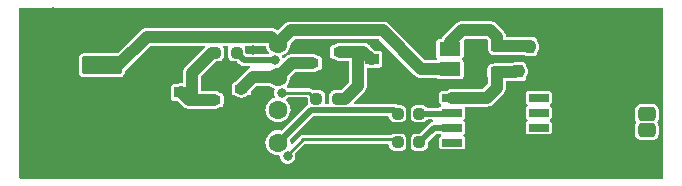
<source format=gbl>
%TF.GenerationSoftware,KiCad,Pcbnew,(6.0.4)*%
%TF.CreationDate,2022-06-19T16:10:13+03:00*%
%TF.ProjectId,Main_PCB_001,4d61696e-5f50-4434-925f-3030312e6b69,rev?*%
%TF.SameCoordinates,Original*%
%TF.FileFunction,Copper,L4,Bot*%
%TF.FilePolarity,Positive*%
%FSLAX46Y46*%
G04 Gerber Fmt 4.6, Leading zero omitted, Abs format (unit mm)*
G04 Created by KiCad (PCBNEW (6.0.4)) date 2022-06-19 16:10:13*
%MOMM*%
%LPD*%
G01*
G04 APERTURE LIST*
G04 Aperture macros list*
%AMRoundRect*
0 Rectangle with rounded corners*
0 $1 Rounding radius*
0 $2 $3 $4 $5 $6 $7 $8 $9 X,Y pos of 4 corners*
0 Add a 4 corners polygon primitive as box body*
4,1,4,$2,$3,$4,$5,$6,$7,$8,$9,$2,$3,0*
0 Add four circle primitives for the rounded corners*
1,1,$1+$1,$2,$3*
1,1,$1+$1,$4,$5*
1,1,$1+$1,$6,$7*
1,1,$1+$1,$8,$9*
0 Add four rect primitives between the rounded corners*
20,1,$1+$1,$2,$3,$4,$5,0*
20,1,$1+$1,$4,$5,$6,$7,0*
20,1,$1+$1,$6,$7,$8,$9,0*
20,1,$1+$1,$8,$9,$2,$3,0*%
G04 Aperture macros list end*
%TA.AperFunction,ComponentPad*%
%ADD10C,1.350000*%
%TD*%
%TA.AperFunction,ComponentPad*%
%ADD11C,1.600000*%
%TD*%
%TA.AperFunction,SMDPad,CuDef*%
%ADD12RoundRect,0.300000X0.450000X-0.300000X0.450000X0.300000X-0.450000X0.300000X-0.450000X-0.300000X0*%
%TD*%
%TA.AperFunction,SMDPad,CuDef*%
%ADD13RoundRect,0.237500X-0.250000X-0.237500X0.250000X-0.237500X0.250000X0.237500X-0.250000X0.237500X0*%
%TD*%
%TA.AperFunction,SMDPad,CuDef*%
%ADD14RoundRect,0.250000X-1.450000X0.537500X-1.450000X-0.537500X1.450000X-0.537500X1.450000X0.537500X0*%
%TD*%
%TA.AperFunction,SMDPad,CuDef*%
%ADD15RoundRect,0.237500X0.300000X0.237500X-0.300000X0.237500X-0.300000X-0.237500X0.300000X-0.237500X0*%
%TD*%
%TA.AperFunction,SMDPad,CuDef*%
%ADD16RoundRect,0.237500X0.250000X0.237500X-0.250000X0.237500X-0.250000X-0.237500X0.250000X-0.237500X0*%
%TD*%
%TA.AperFunction,SMDPad,CuDef*%
%ADD17R,1.100000X0.650000*%
%TD*%
%TA.AperFunction,SMDPad,CuDef*%
%ADD18R,1.800000X1.200000*%
%TD*%
%TA.AperFunction,SMDPad,CuDef*%
%ADD19R,1.700000X0.650000*%
%TD*%
%TA.AperFunction,SMDPad,CuDef*%
%ADD20R,1.220000X0.910000*%
%TD*%
%TA.AperFunction,SMDPad,CuDef*%
%ADD21R,0.650000X1.100000*%
%TD*%
%TA.AperFunction,ViaPad*%
%ADD22C,0.800000*%
%TD*%
%TA.AperFunction,Conductor*%
%ADD23C,1.000000*%
%TD*%
%TA.AperFunction,Conductor*%
%ADD24C,0.250000*%
%TD*%
%TA.AperFunction,Conductor*%
%ADD25C,0.500000*%
%TD*%
G04 APERTURE END LIST*
D10*
%TO.P,U2,1,Mnt*%
%TO.N,GND*%
X153416000Y-112522000D03*
%TD*%
D11*
%TO.P,D3,1,Conn*%
%TO.N,Net-(D3-Pad1)*%
X122174000Y-105156000D03*
%TD*%
%TO.P,D1,1,Conn*%
%TO.N,Net-(C11-Pad1)*%
X122174000Y-102362000D03*
%TD*%
D12*
%TO.P,D13,1,Conn*%
%TO.N,Net-(D13-Pad1)*%
X153416000Y-108331000D03*
%TD*%
D11*
%TO.P,D2,1,Conn*%
%TO.N,Net-(C7-Pad1)*%
X122174000Y-107950000D03*
%TD*%
D10*
%TO.P,U5,1,Mnt*%
%TO.N,GND*%
X101600000Y-112522000D03*
%TD*%
%TO.P,U4,1,Mnt*%
%TO.N,GND*%
X153416000Y-100584000D03*
%TD*%
%TO.P,U3,1,Mnt*%
%TO.N,GND*%
X101600000Y-100584000D03*
%TD*%
D11*
%TO.P,D20,1,Conn*%
%TO.N,Net-(D20-Pad1)*%
X122174000Y-110744000D03*
%TD*%
D12*
%TO.P,D11,1,Conn*%
%TO.N,Net-(D11-Pad1)*%
X153390600Y-109677200D03*
%TD*%
D13*
%TO.P,R1,1*%
%TO.N,Net-(C11-Pad1)*%
X125429000Y-107010200D03*
%TO.P,R1,2*%
%TO.N,Net-(IC1-Pad1)*%
X127254000Y-107010200D03*
%TD*%
D14*
%TO.P,C21,1*%
%TO.N,Net-(C11-Pad1)*%
X107238800Y-104186900D03*
%TO.P,C21,2*%
%TO.N,GND*%
X107238800Y-108461900D03*
%TD*%
D15*
%TO.P,C22,1*%
%TO.N,Net-(C22-Pad1)*%
X140689500Y-104775000D03*
%TO.P,C22,2*%
%TO.N,GND*%
X138964500Y-104775000D03*
%TD*%
D16*
%TO.P,R12,1*%
%TO.N,Net-(R12-Pad1)*%
X134135500Y-108280200D03*
%TO.P,R12,2*%
%TO.N,Net-(D20-Pad1)*%
X132310500Y-108280200D03*
%TD*%
D17*
%TO.P,IC2,1,G*%
%TO.N,Net-(IC2-Pad1)*%
X116756800Y-107122000D03*
%TO.P,IC2,2,S*%
%TO.N,GND*%
X116756800Y-105222000D03*
%TO.P,IC2,3,D*%
%TO.N,Net-(D3-Pad1)*%
X119056800Y-106172000D03*
%TD*%
D18*
%TO.P,L10,1*%
%TO.N,Net-(C11-Pad1)*%
X136728200Y-104507400D03*
%TO.P,L10,2*%
%TO.N,Net-(C23-Pad1)*%
X136728200Y-102807400D03*
%TD*%
D17*
%TO.P,IC1,1,G*%
%TO.N,Net-(IC1-Pad1)*%
X127390550Y-103047800D03*
%TO.P,IC1,2,S*%
%TO.N,GND*%
X127390550Y-104947800D03*
%TO.P,IC1,3,D*%
%TO.N,Net-(D3-Pad1)*%
X125090550Y-103997800D03*
%TD*%
D19*
%TO.P,U1,1,~{RESET}/PB5*%
%TO.N,unconnected-(U1-Pad1)*%
X144239000Y-106934000D03*
%TO.P,U1,2,XTAL1/PB3*%
%TO.N,unconnected-(U1-Pad2)*%
X144239000Y-108204000D03*
%TO.P,U1,3,XTAL2/PB4*%
%TO.N,unconnected-(U1-Pad3)*%
X144239000Y-109474000D03*
%TO.P,U1,4,GND*%
%TO.N,GND*%
X144239000Y-110744000D03*
%TO.P,U1,5,AREF/PB0*%
%TO.N,unconnected-(U1-Pad5)*%
X136939000Y-110744000D03*
%TO.P,U1,6,PB1*%
%TO.N,Net-(R11-Pad2)*%
X136939000Y-109474000D03*
%TO.P,U1,7,PB2*%
%TO.N,Net-(R12-Pad1)*%
X136939000Y-108204000D03*
%TO.P,U1,8,VCC*%
%TO.N,Net-(C22-Pad1)*%
X136939000Y-106934000D03*
%TD*%
D20*
%TO.P,Z1,1*%
%TO.N,Net-(IC1-Pad1)*%
X130152150Y-103683600D03*
%TO.P,Z1,2*%
%TO.N,GND*%
X130152150Y-106953600D03*
%TD*%
D16*
%TO.P,R2,1*%
%TO.N,Net-(C7-Pad1)*%
X118666900Y-103124000D03*
%TO.P,R2,2*%
%TO.N,Net-(IC2-Pad1)*%
X116841900Y-103124000D03*
%TD*%
D20*
%TO.P,Z2,1*%
%TO.N,Net-(IC2-Pad1)*%
X113995200Y-106486200D03*
%TO.P,Z2,2*%
%TO.N,GND*%
X113995200Y-103216200D03*
%TD*%
D13*
%TO.P,R11,1*%
%TO.N,Net-(IC3-Pad3)*%
X132310500Y-110718600D03*
%TO.P,R11,2*%
%TO.N,Net-(R11-Pad2)*%
X134135500Y-110718600D03*
%TD*%
D15*
%TO.P,C23,1*%
%TO.N,Net-(C23-Pad1)*%
X140740300Y-102590600D03*
%TO.P,C23,2*%
%TO.N,GND*%
X139015300Y-102590600D03*
%TD*%
D21*
%TO.P,IC6,1,GND*%
%TO.N,GND*%
X144495400Y-104707400D03*
%TO.P,IC6,2,VOUT*%
%TO.N,Net-(C22-Pad1)*%
X142575400Y-104707400D03*
%TO.P,IC6,3,VIN*%
%TO.N,Net-(C23-Pad1)*%
X143535400Y-102607400D03*
%TD*%
D22*
%TO.N,GND*%
X130759200Y-109397800D03*
X114452400Y-108381800D03*
X128727200Y-111988600D03*
X146050000Y-112191800D03*
X146329400Y-101041200D03*
X138531600Y-110236000D03*
X110693200Y-108204000D03*
X146202400Y-104698800D03*
X100685600Y-105232200D03*
X131419600Y-105765600D03*
X150241000Y-103936800D03*
X104267000Y-110236000D03*
X119354600Y-111683800D03*
X139928600Y-112293400D03*
X104419400Y-101523800D03*
X108661200Y-100482400D03*
X151917400Y-112852200D03*
X105664000Y-111683800D03*
X153441400Y-103022400D03*
X103149400Y-99720400D03*
X110210600Y-111709200D03*
X150215600Y-106934000D03*
X141554200Y-112318800D03*
X102412800Y-106400600D03*
X110693200Y-106146600D03*
X148082000Y-107264200D03*
X153466800Y-105867200D03*
X100711000Y-107238800D03*
X146634200Y-109778800D03*
X108254800Y-111709200D03*
X148158200Y-103047800D03*
X150164800Y-109626400D03*
X119303800Y-109372400D03*
X142011400Y-110236000D03*
X132791200Y-104648000D03*
X138633200Y-104775000D03*
X100812600Y-110769400D03*
X120091200Y-102920800D03*
%TO.N,Net-(C11-Pad1)*%
X122478800Y-106527600D03*
%TO.N,Net-(C7-Pad1)*%
X121920000Y-103759000D03*
%TO.N,Net-(D11-Pad1)*%
X153441400Y-109677200D03*
%TO.N,Net-(D13-Pad1)*%
X153416000Y-108305600D03*
%TO.N,Net-(IC3-Pad3)*%
X122986800Y-111887000D03*
%TD*%
D23*
%TO.N,Net-(C11-Pad1)*%
X122174000Y-102311200D02*
X122174000Y-102362000D01*
X108639700Y-104186900D02*
X111048800Y-101777800D01*
D24*
X122478800Y-106527600D02*
X124809850Y-106527600D01*
X124809850Y-106527600D02*
X125429650Y-107147400D01*
D23*
X136728200Y-104507400D02*
X134301600Y-104507400D01*
X107238800Y-104186900D02*
X108639700Y-104186900D01*
X123240800Y-101244400D02*
X122174000Y-102311200D01*
X134301600Y-104507400D02*
X131038600Y-101244400D01*
X111048800Y-101777800D02*
X121589800Y-101777800D01*
X131038600Y-101244400D02*
X123240800Y-101244400D01*
X121589800Y-101777800D02*
X122174000Y-102362000D01*
D25*
%TO.N,Net-(C7-Pad1)*%
X121908689Y-103770311D02*
X119313211Y-103770311D01*
X119313211Y-103770311D02*
X118666900Y-103124000D01*
X121920000Y-103759000D02*
X121908689Y-103770311D01*
D23*
%TO.N,Net-(C22-Pad1)*%
X136939000Y-106934000D02*
X139852400Y-106934000D01*
X140690600Y-104776100D02*
X140689500Y-104775000D01*
X142282200Y-104707400D02*
X142575400Y-104707400D01*
X142214600Y-104775000D02*
X142282200Y-104707400D01*
X139852400Y-106934000D02*
X140690600Y-106095800D01*
X140689500Y-104775000D02*
X142214600Y-104775000D01*
X140690600Y-106095800D02*
X140690600Y-104776100D01*
%TO.N,Net-(C23-Pad1)*%
X137744200Y-101219000D02*
X140131800Y-101219000D01*
X140131800Y-101219000D02*
X140740300Y-101827500D01*
X136728200Y-102235000D02*
X137744200Y-101219000D01*
X140740300Y-101827500D02*
X140740300Y-102590600D01*
X136728200Y-102807400D02*
X136728200Y-102235000D01*
X143518600Y-102590600D02*
X143535400Y-102607400D01*
X140740300Y-102590600D02*
X143518600Y-102590600D01*
%TO.N,Net-(D3-Pad1)*%
X120650000Y-105156000D02*
X120072800Y-105156000D01*
X123840200Y-103997800D02*
X123332200Y-103997800D01*
X122174000Y-105156000D02*
X120650000Y-105156000D01*
X123332200Y-103997800D02*
X122174000Y-105156000D01*
X125090550Y-103997800D02*
X123840200Y-103997800D01*
X120072800Y-105156000D02*
X119056800Y-106172000D01*
D25*
%TO.N,Net-(D20-Pad1)*%
X124949140Y-107968860D02*
X122174000Y-110744000D01*
X131999160Y-107968860D02*
X124949140Y-107968860D01*
X132310500Y-108280200D02*
X131999160Y-107968860D01*
D23*
%TO.N,Net-(IC1-Pad1)*%
X129403450Y-103047800D02*
X127390550Y-103047800D01*
X130152150Y-103683600D02*
X130039250Y-103683600D01*
X130039250Y-103683600D02*
X129403450Y-103047800D01*
X128931050Y-103520200D02*
X129403450Y-103047800D01*
X128931050Y-105928200D02*
X128931050Y-103520200D01*
X127254000Y-107010200D02*
X127849050Y-107010200D01*
X127849050Y-107010200D02*
X128931050Y-105928200D01*
%TO.N,Net-(IC2-Pad1)*%
X116841900Y-103124000D02*
X116586000Y-103124000D01*
X114874000Y-104836000D02*
X114874000Y-107122000D01*
X116586000Y-103124000D02*
X114874000Y-104836000D01*
X116756800Y-107122000D02*
X114874000Y-107122000D01*
X114874000Y-107122000D02*
X114631000Y-107122000D01*
X114631000Y-107122000D02*
X113995200Y-106486200D01*
D24*
%TO.N,Net-(IC3-Pad3)*%
X122986800Y-111785400D02*
X124307600Y-110464600D01*
X132056500Y-110464600D02*
X132310500Y-110718600D01*
X124307600Y-110464600D02*
X132056500Y-110464600D01*
X122986800Y-111887000D02*
X122986800Y-111785400D01*
D25*
%TO.N,Net-(R11-Pad2)*%
X136939000Y-109474000D02*
X135380100Y-109474000D01*
X135380100Y-109474000D02*
X134135500Y-110718600D01*
%TO.N,Net-(R12-Pad1)*%
X134135500Y-108280200D02*
X136862800Y-108280200D01*
X136862800Y-108280200D02*
X136939000Y-108204000D01*
%TD*%
%TA.AperFunction,Conductor*%
%TO.N,GND*%
G36*
X154712691Y-99333407D02*
G01*
X154748655Y-99382907D01*
X154753500Y-99413500D01*
X154753500Y-113692500D01*
X154734593Y-113750691D01*
X154685093Y-113786655D01*
X154654500Y-113791500D01*
X100361500Y-113791500D01*
X100303309Y-113772593D01*
X100267345Y-113723093D01*
X100262500Y-113692500D01*
X100262500Y-104772156D01*
X105284300Y-104772156D01*
X105291002Y-104833848D01*
X105341729Y-104969164D01*
X105428396Y-105084804D01*
X105544036Y-105171471D01*
X105679352Y-105222198D01*
X105741044Y-105228900D01*
X108736556Y-105228900D01*
X108798248Y-105222198D01*
X108933564Y-105171471D01*
X109049204Y-105084804D01*
X109135871Y-104969164D01*
X109186598Y-104833848D01*
X109193300Y-104772156D01*
X109193300Y-104741333D01*
X109212207Y-104683142D01*
X109222296Y-104671329D01*
X111332328Y-102561296D01*
X111386845Y-102533519D01*
X111402332Y-102532300D01*
X115871668Y-102532300D01*
X115929859Y-102551207D01*
X115965823Y-102600707D01*
X115965823Y-102661893D01*
X115941672Y-102701304D01*
X114386252Y-104256724D01*
X114374927Y-104266456D01*
X114366614Y-104272574D01*
X114355929Y-104280437D01*
X114352207Y-104284819D01*
X114352204Y-104284821D01*
X114321211Y-104321303D01*
X114315767Y-104327209D01*
X114309338Y-104333638D01*
X114307559Y-104335887D01*
X114307556Y-104335890D01*
X114291519Y-104356161D01*
X114289327Y-104358834D01*
X114242018Y-104414520D01*
X114239403Y-104419642D01*
X114236209Y-104424430D01*
X114236110Y-104424364D01*
X114234181Y-104427368D01*
X114234283Y-104427431D01*
X114231263Y-104432321D01*
X114227693Y-104436833D01*
X114198828Y-104498594D01*
X114196753Y-104503033D01*
X114195235Y-104506137D01*
X114165467Y-104564436D01*
X114162007Y-104571212D01*
X114160641Y-104576795D01*
X114158635Y-104582188D01*
X114158525Y-104582147D01*
X114157337Y-104585519D01*
X114157449Y-104585556D01*
X114155634Y-104591012D01*
X114153199Y-104596222D01*
X114152029Y-104601849D01*
X114152028Y-104601851D01*
X114138318Y-104667769D01*
X114137562Y-104671111D01*
X114120189Y-104742108D01*
X114119500Y-104753214D01*
X114119282Y-104753200D01*
X114118822Y-104757092D01*
X114119054Y-104757113D01*
X114118542Y-104762847D01*
X114117372Y-104768473D01*
X114117527Y-104774215D01*
X114117527Y-104774219D01*
X114119464Y-104845785D01*
X114119500Y-104848463D01*
X114119500Y-105631678D01*
X114100593Y-105689869D01*
X114051093Y-105725833D01*
X114023178Y-105730642D01*
X113892601Y-105734175D01*
X113892597Y-105734176D01*
X113886854Y-105734331D01*
X113881299Y-105735804D01*
X113881298Y-105735804D01*
X113739521Y-105773395D01*
X113714149Y-105776701D01*
X113360134Y-105776701D01*
X113355368Y-105777649D01*
X113355367Y-105777649D01*
X113327076Y-105783276D01*
X113285899Y-105791466D01*
X113201716Y-105847716D01*
X113145466Y-105931899D01*
X113130700Y-106006133D01*
X113130701Y-106966266D01*
X113145466Y-107040501D01*
X113201716Y-107124684D01*
X113285899Y-107180934D01*
X113295462Y-107182836D01*
X113295464Y-107182837D01*
X113326381Y-107188986D01*
X113360133Y-107195700D01*
X113596668Y-107195700D01*
X113654859Y-107214607D01*
X113666671Y-107224696D01*
X114051724Y-107609748D01*
X114061457Y-107621074D01*
X114075437Y-107640071D01*
X114079820Y-107643795D01*
X114079825Y-107643800D01*
X114116317Y-107674803D01*
X114122216Y-107680241D01*
X114126607Y-107684632D01*
X114126614Y-107684638D01*
X114128638Y-107686662D01*
X114132980Y-107690097D01*
X114151161Y-107704481D01*
X114153834Y-107706673D01*
X114209520Y-107753982D01*
X114214642Y-107756597D01*
X114219430Y-107759791D01*
X114219364Y-107759890D01*
X114222368Y-107761819D01*
X114222431Y-107761717D01*
X114227321Y-107764737D01*
X114231833Y-107768307D01*
X114298046Y-107799253D01*
X114301137Y-107800765D01*
X114361088Y-107831377D01*
X114361091Y-107831378D01*
X114366212Y-107833993D01*
X114371795Y-107835359D01*
X114377188Y-107837365D01*
X114377147Y-107837475D01*
X114380519Y-107838663D01*
X114380556Y-107838551D01*
X114386012Y-107840366D01*
X114391222Y-107842801D01*
X114396849Y-107843971D01*
X114396851Y-107843972D01*
X114439545Y-107852852D01*
X114462776Y-107857683D01*
X114466111Y-107858438D01*
X114537108Y-107875811D01*
X114541506Y-107876084D01*
X114541507Y-107876084D01*
X114548214Y-107876500D01*
X114548200Y-107876718D01*
X114552092Y-107877178D01*
X114552113Y-107876946D01*
X114557847Y-107877458D01*
X114563473Y-107878628D01*
X114569215Y-107878473D01*
X114569219Y-107878473D01*
X114640785Y-107876536D01*
X114643463Y-107876500D01*
X114847150Y-107876500D01*
X114853280Y-107876690D01*
X114909340Y-107880168D01*
X114909341Y-107880168D01*
X114915080Y-107880524D01*
X114930176Y-107877930D01*
X114946942Y-107876500D01*
X116800853Y-107876500D01*
X116931554Y-107861262D01*
X116936960Y-107859300D01*
X116936963Y-107859299D01*
X117091526Y-107803195D01*
X117096934Y-107801232D01*
X117101743Y-107798079D01*
X117101747Y-107798077D01*
X117224330Y-107717707D01*
X117278611Y-107701499D01*
X117331866Y-107701499D01*
X117336632Y-107700551D01*
X117336633Y-107700551D01*
X117396538Y-107688636D01*
X117406101Y-107686734D01*
X117490284Y-107630484D01*
X117546534Y-107546301D01*
X117548643Y-107535702D01*
X117555996Y-107498734D01*
X117561300Y-107472067D01*
X117561299Y-106771934D01*
X117546534Y-106697699D01*
X117490284Y-106613516D01*
X117406101Y-106557266D01*
X117396538Y-106555364D01*
X117396536Y-106555363D01*
X117365619Y-106549214D01*
X117331867Y-106542500D01*
X117276432Y-106542500D01*
X117218241Y-106523593D01*
X117212334Y-106518948D01*
X117182667Y-106493744D01*
X117182662Y-106493740D01*
X117178280Y-106490018D01*
X117173160Y-106487403D01*
X117173156Y-106487401D01*
X117026712Y-106412623D01*
X117026709Y-106412622D01*
X117021588Y-106410007D01*
X117016002Y-106408640D01*
X116854972Y-106369236D01*
X116854969Y-106369235D01*
X116850692Y-106368189D01*
X116846294Y-106367916D01*
X116846293Y-106367916D01*
X116841102Y-106367594D01*
X116841100Y-106367594D01*
X116839586Y-106367500D01*
X115727500Y-106367500D01*
X115669309Y-106348593D01*
X115633345Y-106299093D01*
X115628500Y-106268500D01*
X115628500Y-105189533D01*
X115647407Y-105131342D01*
X115657496Y-105119529D01*
X116875841Y-103901184D01*
X116934381Y-103872854D01*
X117010937Y-103863929D01*
X117010941Y-103863928D01*
X117016654Y-103863262D01*
X117022068Y-103861297D01*
X117027182Y-103859441D01*
X117060960Y-103853500D01*
X117138470Y-103853500D01*
X117157844Y-103851395D01*
X117192462Y-103847635D01*
X117192464Y-103847634D01*
X117198636Y-103846964D01*
X117302308Y-103808099D01*
X117323992Y-103799970D01*
X117323993Y-103799970D01*
X117330599Y-103797493D01*
X117336243Y-103793263D01*
X117336245Y-103793262D01*
X117437726Y-103717207D01*
X117443374Y-103712974D01*
X117459243Y-103691800D01*
X117523662Y-103605845D01*
X117523663Y-103605843D01*
X117527893Y-103600199D01*
X117531248Y-103591251D01*
X117575184Y-103474051D01*
X117577364Y-103468236D01*
X117583900Y-103408070D01*
X117583900Y-103291773D01*
X117587163Y-103269744D01*
X117586844Y-103269687D01*
X117587862Y-103264026D01*
X117589530Y-103258520D01*
X117600424Y-103082920D01*
X117585330Y-102995078D01*
X117583900Y-102978312D01*
X117583900Y-102839930D01*
X117579798Y-102802166D01*
X117578035Y-102785938D01*
X117578034Y-102785936D01*
X117577364Y-102779764D01*
X117534735Y-102666052D01*
X117532012Y-102604927D01*
X117565738Y-102553876D01*
X117627435Y-102532300D01*
X117881365Y-102532300D01*
X117939556Y-102551207D01*
X117975520Y-102600707D01*
X117974065Y-102666052D01*
X117931436Y-102779764D01*
X117930766Y-102785936D01*
X117930765Y-102785938D01*
X117929002Y-102802166D01*
X117924900Y-102839930D01*
X117924900Y-103408070D01*
X117931436Y-103468236D01*
X117933616Y-103474051D01*
X117977553Y-103591251D01*
X117980907Y-103600199D01*
X117985137Y-103605843D01*
X117985138Y-103605845D01*
X118049557Y-103691800D01*
X118065426Y-103712974D01*
X118071074Y-103717207D01*
X118172555Y-103793262D01*
X118172557Y-103793263D01*
X118178201Y-103797493D01*
X118184807Y-103799970D01*
X118184808Y-103799970D01*
X118206492Y-103808099D01*
X118310164Y-103846964D01*
X118316336Y-103847634D01*
X118316338Y-103847635D01*
X118350956Y-103851395D01*
X118370330Y-103853500D01*
X118641921Y-103853500D01*
X118700112Y-103872407D01*
X118711925Y-103882496D01*
X118908670Y-104079241D01*
X118916723Y-104089321D01*
X118916730Y-104089315D01*
X118921301Y-104094685D01*
X118925064Y-104100650D01*
X118955542Y-104127567D01*
X118965687Y-104136527D01*
X118970156Y-104140727D01*
X118982091Y-104152662D01*
X118990293Y-104158809D01*
X118991235Y-104159515D01*
X118997384Y-104164521D01*
X119033381Y-104196312D01*
X119042818Y-104200743D01*
X119060104Y-104211129D01*
X119068447Y-104217382D01*
X119113408Y-104234237D01*
X119120724Y-104237319D01*
X119164193Y-104257728D01*
X119171163Y-104258813D01*
X119171166Y-104258814D01*
X119174482Y-104259330D01*
X119194011Y-104264453D01*
X119197163Y-104265635D01*
X119197165Y-104265636D01*
X119203763Y-104268109D01*
X119233420Y-104270313D01*
X119251651Y-104271668D01*
X119259534Y-104272573D01*
X119273908Y-104274811D01*
X119290269Y-104274811D01*
X119297606Y-104275083D01*
X119347878Y-104278819D01*
X119354773Y-104277347D01*
X119354775Y-104277347D01*
X119356437Y-104276992D01*
X119377104Y-104274811D01*
X119720214Y-104274811D01*
X119778405Y-104293718D01*
X119814369Y-104343218D01*
X119814369Y-104404404D01*
X119778405Y-104453904D01*
X119761747Y-104463637D01*
X119756578Y-104465312D01*
X119751658Y-104468297D01*
X119746431Y-104470690D01*
X119746381Y-104470582D01*
X119743163Y-104472124D01*
X119743216Y-104472229D01*
X119738070Y-104474806D01*
X119732666Y-104476768D01*
X119727856Y-104479921D01*
X119727855Y-104479922D01*
X119671564Y-104516828D01*
X119668642Y-104518672D01*
X119606167Y-104556583D01*
X119597826Y-104563949D01*
X119597681Y-104563785D01*
X119594604Y-104566212D01*
X119594754Y-104566391D01*
X119590341Y-104570081D01*
X119585532Y-104573234D01*
X119581577Y-104577409D01*
X119532368Y-104629355D01*
X119530501Y-104631274D01*
X118598271Y-105563505D01*
X118543754Y-105591282D01*
X118528267Y-105592501D01*
X118481734Y-105592501D01*
X118476968Y-105593449D01*
X118476967Y-105593449D01*
X118429916Y-105602807D01*
X118407499Y-105607266D01*
X118323316Y-105663516D01*
X118267066Y-105747699D01*
X118265164Y-105757262D01*
X118265163Y-105757264D01*
X118259989Y-105783276D01*
X118252300Y-105821933D01*
X118252301Y-106522066D01*
X118267066Y-106596301D01*
X118323316Y-106680484D01*
X118407499Y-106736734D01*
X118417062Y-106738636D01*
X118417064Y-106738637D01*
X118447981Y-106744786D01*
X118481733Y-106751500D01*
X118537982Y-106751500D01*
X118595119Y-106769653D01*
X118688465Y-106835623D01*
X118688468Y-106835625D01*
X118693169Y-106838947D01*
X118698505Y-106841098D01*
X118698506Y-106841098D01*
X118756605Y-106864513D01*
X118856352Y-106904713D01*
X118872043Y-106907100D01*
X119024601Y-106930309D01*
X119024604Y-106930309D01*
X119030289Y-106931174D01*
X119117968Y-106924042D01*
X119199911Y-106917377D01*
X119199915Y-106917376D01*
X119205647Y-106916910D01*
X119373022Y-106862688D01*
X119523433Y-106771417D01*
X119524480Y-106770493D01*
X119582339Y-106751499D01*
X119631866Y-106751499D01*
X119636632Y-106750551D01*
X119636633Y-106750551D01*
X119696538Y-106738636D01*
X119706101Y-106736734D01*
X119790284Y-106680484D01*
X119846534Y-106596301D01*
X119848995Y-106583933D01*
X119857047Y-106543448D01*
X119861300Y-106522067D01*
X119861300Y-106475533D01*
X119880207Y-106417342D01*
X119890296Y-106405530D01*
X120356328Y-105939497D01*
X120410845Y-105911719D01*
X120426332Y-105910500D01*
X121397027Y-105910500D01*
X121455218Y-105929407D01*
X121461191Y-105934108D01*
X121565583Y-106022953D01*
X121565588Y-106022956D01*
X121569271Y-106026091D01*
X121749789Y-106126980D01*
X121812195Y-106147257D01*
X121861694Y-106183220D01*
X121880602Y-106241410D01*
X121873839Y-106277372D01*
X121869144Y-106289416D01*
X121845648Y-106349680D01*
X121840206Y-106363637D01*
X121839427Y-106369552D01*
X121839427Y-106369553D01*
X121834931Y-106403703D01*
X121819529Y-106520696D01*
X121820184Y-106526629D01*
X121820184Y-106526633D01*
X121828305Y-106600189D01*
X121836913Y-106678153D01*
X121838965Y-106683760D01*
X121890408Y-106824337D01*
X121892650Y-106885481D01*
X121858524Y-106936266D01*
X121825391Y-106953331D01*
X121777066Y-106967554D01*
X121593801Y-107063363D01*
X121590032Y-107066393D01*
X121590031Y-107066394D01*
X121577150Y-107076751D01*
X121432635Y-107192943D01*
X121420738Y-107207121D01*
X121302817Y-107347654D01*
X121302814Y-107347658D01*
X121299708Y-107351360D01*
X121200082Y-107532578D01*
X121137553Y-107729696D01*
X121129669Y-107799982D01*
X121118732Y-107897490D01*
X121114501Y-107935206D01*
X121131806Y-108141278D01*
X121133139Y-108145926D01*
X121133139Y-108145927D01*
X121145589Y-108189344D01*
X121188807Y-108340066D01*
X121191022Y-108344376D01*
X121211995Y-108385185D01*
X121283334Y-108523995D01*
X121411786Y-108686061D01*
X121415466Y-108689193D01*
X121415468Y-108689195D01*
X121486670Y-108749792D01*
X121569271Y-108820091D01*
X121749789Y-108920980D01*
X121754387Y-108922474D01*
X121941861Y-108983388D01*
X121941863Y-108983389D01*
X121946466Y-108984884D01*
X122151809Y-109009370D01*
X122156631Y-109008999D01*
X122156633Y-109008999D01*
X122353170Y-108993876D01*
X122353175Y-108993875D01*
X122357998Y-108993504D01*
X122557178Y-108937892D01*
X122561491Y-108935713D01*
X122561497Y-108935711D01*
X122737442Y-108846835D01*
X122737444Y-108846833D01*
X122741763Y-108844652D01*
X122904722Y-108717334D01*
X123039848Y-108560789D01*
X123141995Y-108380979D01*
X123207270Y-108184753D01*
X123233189Y-107979586D01*
X123233602Y-107950000D01*
X123221884Y-107830493D01*
X123213894Y-107748999D01*
X123213893Y-107748995D01*
X123213422Y-107744189D01*
X123210972Y-107736072D01*
X123184958Y-107649911D01*
X123153651Y-107546217D01*
X123056565Y-107363625D01*
X123044424Y-107348738D01*
X122928924Y-107207121D01*
X122928923Y-107207120D01*
X122925863Y-107203368D01*
X122899544Y-107181595D01*
X122866759Y-107129934D01*
X122870601Y-107068870D01*
X122898353Y-107030034D01*
X122959578Y-106977743D01*
X122964114Y-106973869D01*
X122982466Y-106948330D01*
X123031774Y-106912107D01*
X123062861Y-106907100D01*
X124588000Y-106907100D01*
X124646191Y-106926007D01*
X124682155Y-106975507D01*
X124687000Y-107006100D01*
X124687000Y-107294270D01*
X124693536Y-107354436D01*
X124695717Y-107360253D01*
X124695717Y-107360254D01*
X124718056Y-107419845D01*
X124720778Y-107480970D01*
X124687052Y-107532021D01*
X124680299Y-107536851D01*
X124674535Y-107539472D01*
X124638144Y-107570829D01*
X124631948Y-107575748D01*
X124620196Y-107584333D01*
X124608613Y-107595916D01*
X124603232Y-107600911D01*
X124575638Y-107624688D01*
X124565058Y-107633804D01*
X124561221Y-107639724D01*
X124560303Y-107641140D01*
X124547232Y-107657297D01*
X122514379Y-109690150D01*
X122459862Y-109717927D01*
X122415100Y-109714718D01*
X122391693Y-109707472D01*
X122391681Y-109707470D01*
X122387063Y-109706040D01*
X122382256Y-109705535D01*
X122382252Y-109705534D01*
X122186213Y-109684930D01*
X122186211Y-109684930D01*
X122181397Y-109684424D01*
X122120925Y-109689927D01*
X121980269Y-109702727D01*
X121980264Y-109702728D01*
X121975450Y-109703166D01*
X121960820Y-109707472D01*
X121781713Y-109760186D01*
X121781710Y-109760187D01*
X121777066Y-109761554D01*
X121593801Y-109857363D01*
X121432635Y-109986943D01*
X121407172Y-110017289D01*
X121302817Y-110141654D01*
X121302814Y-110141658D01*
X121299708Y-110145360D01*
X121200082Y-110326578D01*
X121137553Y-110523696D01*
X121114501Y-110729206D01*
X121131806Y-110935278D01*
X121133139Y-110939926D01*
X121133139Y-110939927D01*
X121178704Y-111098831D01*
X121188807Y-111134066D01*
X121283334Y-111317995D01*
X121411786Y-111480061D01*
X121569271Y-111614091D01*
X121749789Y-111714980D01*
X121754387Y-111716474D01*
X121941861Y-111777388D01*
X121941863Y-111777389D01*
X121946466Y-111778884D01*
X122151809Y-111803370D01*
X122156631Y-111802999D01*
X122156632Y-111802999D01*
X122169122Y-111802038D01*
X122222163Y-111797956D01*
X122281631Y-111812343D01*
X122321287Y-111858937D01*
X122328159Y-111885798D01*
X122344913Y-112037553D01*
X122352264Y-112057641D01*
X122397301Y-112180713D01*
X122397303Y-112180717D01*
X122399353Y-112186319D01*
X122487708Y-112317805D01*
X122492119Y-112321819D01*
X122492121Y-112321821D01*
X122600461Y-112420402D01*
X122604876Y-112424419D01*
X122619336Y-112432270D01*
X122738847Y-112497160D01*
X122738849Y-112497161D01*
X122744093Y-112500008D01*
X122749867Y-112501523D01*
X122749870Y-112501524D01*
X122891543Y-112538691D01*
X122897322Y-112540207D01*
X122903291Y-112540301D01*
X122903293Y-112540301D01*
X122961302Y-112541212D01*
X123055716Y-112542695D01*
X123066579Y-112540207D01*
X123204309Y-112508663D01*
X123204312Y-112508662D01*
X123210132Y-112507329D01*
X123224689Y-112500008D01*
X123346318Y-112438835D01*
X123351655Y-112436151D01*
X123472114Y-112333269D01*
X123564555Y-112204624D01*
X123574168Y-112180713D01*
X123621418Y-112063174D01*
X123621419Y-112063172D01*
X123623642Y-112057641D01*
X123626501Y-112037553D01*
X123645506Y-111904014D01*
X123645506Y-111904008D01*
X123645962Y-111900807D01*
X123646107Y-111887000D01*
X123627692Y-111734820D01*
X123639472Y-111674779D01*
X123655971Y-111652923D01*
X124435798Y-110873096D01*
X124490315Y-110845319D01*
X124505802Y-110844100D01*
X131469500Y-110844100D01*
X131527691Y-110863007D01*
X131563655Y-110912507D01*
X131568500Y-110943100D01*
X131568500Y-111002670D01*
X131575036Y-111062836D01*
X131577216Y-111068651D01*
X131610988Y-111158736D01*
X131624507Y-111194799D01*
X131709026Y-111307574D01*
X131714674Y-111311807D01*
X131816155Y-111387862D01*
X131816157Y-111387863D01*
X131821801Y-111392093D01*
X131953764Y-111441564D01*
X131959936Y-111442234D01*
X131959938Y-111442235D01*
X131994556Y-111445995D01*
X132013930Y-111448100D01*
X132607070Y-111448100D01*
X132626444Y-111445995D01*
X132661062Y-111442235D01*
X132661064Y-111442234D01*
X132667236Y-111441564D01*
X132799199Y-111392093D01*
X132804843Y-111387863D01*
X132804845Y-111387862D01*
X132906326Y-111311807D01*
X132911974Y-111307574D01*
X132996493Y-111194799D01*
X133010013Y-111158736D01*
X133043784Y-111068651D01*
X133045964Y-111062836D01*
X133052500Y-111002670D01*
X133393500Y-111002670D01*
X133400036Y-111062836D01*
X133402216Y-111068651D01*
X133435988Y-111158736D01*
X133449507Y-111194799D01*
X133534026Y-111307574D01*
X133539674Y-111311807D01*
X133641155Y-111387862D01*
X133641157Y-111387863D01*
X133646801Y-111392093D01*
X133778764Y-111441564D01*
X133784936Y-111442234D01*
X133784938Y-111442235D01*
X133819556Y-111445995D01*
X133838930Y-111448100D01*
X134432070Y-111448100D01*
X134451444Y-111445995D01*
X134486062Y-111442235D01*
X134486064Y-111442234D01*
X134492236Y-111441564D01*
X134624199Y-111392093D01*
X134629843Y-111387863D01*
X134629845Y-111387862D01*
X134731326Y-111311807D01*
X134736974Y-111307574D01*
X134821493Y-111194799D01*
X134835013Y-111158736D01*
X134868784Y-111068651D01*
X134870964Y-111062836D01*
X134877500Y-111002670D01*
X134877500Y-110731079D01*
X134896407Y-110672888D01*
X134906496Y-110661075D01*
X135560075Y-110007496D01*
X135614592Y-109979719D01*
X135630079Y-109978500D01*
X135869522Y-109978500D01*
X135924524Y-109995185D01*
X135962077Y-110020277D01*
X135971667Y-110026685D01*
X136009546Y-110074734D01*
X136011948Y-110135873D01*
X135977955Y-110186746D01*
X135971671Y-110191312D01*
X135905516Y-110235516D01*
X135849266Y-110319699D01*
X135834500Y-110393933D01*
X135834501Y-111094066D01*
X135849266Y-111168301D01*
X135905516Y-111252484D01*
X135989699Y-111308734D01*
X135999262Y-111310636D01*
X135999264Y-111310637D01*
X136030181Y-111316786D01*
X136063933Y-111323500D01*
X136938819Y-111323500D01*
X137814066Y-111323499D01*
X137818832Y-111322551D01*
X137818833Y-111322551D01*
X137878738Y-111310636D01*
X137888301Y-111308734D01*
X137972484Y-111252484D01*
X138028734Y-111168301D01*
X138034687Y-111138376D01*
X138042552Y-111098831D01*
X138043500Y-111094067D01*
X138043499Y-110393934D01*
X138040144Y-110377063D01*
X138033193Y-110342116D01*
X138028734Y-110319699D01*
X137972484Y-110235516D01*
X137906333Y-110191314D01*
X137868454Y-110143265D01*
X137866052Y-110082127D01*
X137900045Y-110031253D01*
X137906333Y-110026685D01*
X137915924Y-110020277D01*
X137972484Y-109982484D01*
X138028734Y-109898301D01*
X138043500Y-109824067D01*
X138043499Y-109123934D01*
X138043499Y-109123933D01*
X143134500Y-109123933D01*
X143134501Y-109824066D01*
X143149266Y-109898301D01*
X143205516Y-109982484D01*
X143289699Y-110038734D01*
X143299262Y-110040636D01*
X143299264Y-110040637D01*
X143321738Y-110045107D01*
X143363933Y-110053500D01*
X144238819Y-110053500D01*
X145114066Y-110053499D01*
X145118832Y-110052551D01*
X145118833Y-110052551D01*
X145178738Y-110040636D01*
X145188301Y-110038734D01*
X145272484Y-109982484D01*
X145328734Y-109898301D01*
X145343500Y-109824067D01*
X145343499Y-109334123D01*
X152386100Y-109334123D01*
X152386101Y-110020276D01*
X152386460Y-110023242D01*
X152386460Y-110023244D01*
X152390121Y-110053499D01*
X152397044Y-110110710D01*
X152399385Y-110116622D01*
X152399385Y-110116623D01*
X152413951Y-110153414D01*
X152452970Y-110251965D01*
X152457050Y-110257340D01*
X152457051Y-110257342D01*
X152511643Y-110329264D01*
X152544823Y-110372977D01*
X152550206Y-110377063D01*
X152578836Y-110398794D01*
X152665835Y-110464830D01*
X152807090Y-110520756D01*
X152897523Y-110531700D01*
X153390517Y-110531700D01*
X153883676Y-110531699D01*
X153886642Y-110531340D01*
X153886644Y-110531340D01*
X153967796Y-110521520D01*
X153974110Y-110520756D01*
X153980026Y-110518414D01*
X154109091Y-110467314D01*
X154115365Y-110464830D01*
X154202365Y-110398794D01*
X154230994Y-110377063D01*
X154236377Y-110372977D01*
X154269557Y-110329264D01*
X154324149Y-110257342D01*
X154324150Y-110257340D01*
X154328230Y-110251965D01*
X154384156Y-110110710D01*
X154395100Y-110020277D01*
X154395099Y-109334124D01*
X154384156Y-109243690D01*
X154328230Y-109102435D01*
X154311720Y-109080684D01*
X154291601Y-109022903D01*
X154311722Y-108960977D01*
X154349550Y-108911140D01*
X154353630Y-108905765D01*
X154409556Y-108764510D01*
X154420500Y-108674077D01*
X154420499Y-107987924D01*
X154419155Y-107976812D01*
X154410320Y-107903804D01*
X154409556Y-107897490D01*
X154375158Y-107810608D01*
X154356114Y-107762509D01*
X154353630Y-107756235D01*
X154349093Y-107750257D01*
X154265863Y-107640606D01*
X154261777Y-107635223D01*
X154253841Y-107629199D01*
X154146142Y-107547451D01*
X154146140Y-107547450D01*
X154140765Y-107543370D01*
X153999510Y-107487444D01*
X153909077Y-107476500D01*
X153416083Y-107476500D01*
X152922924Y-107476501D01*
X152919958Y-107476860D01*
X152919956Y-107476860D01*
X152857315Y-107484440D01*
X152832490Y-107487444D01*
X152826578Y-107489785D01*
X152826577Y-107489785D01*
X152794447Y-107502506D01*
X152691235Y-107543370D01*
X152685860Y-107547450D01*
X152685858Y-107547451D01*
X152578159Y-107629199D01*
X152570223Y-107635223D01*
X152566137Y-107640606D01*
X152482908Y-107750257D01*
X152478370Y-107756235D01*
X152422444Y-107897490D01*
X152411500Y-107987923D01*
X152411501Y-108674076D01*
X152422444Y-108764510D01*
X152424785Y-108770422D01*
X152424785Y-108770423D01*
X152437923Y-108803607D01*
X152478370Y-108905765D01*
X152494880Y-108927516D01*
X152514999Y-108985297D01*
X152494878Y-109047223D01*
X152452970Y-109102435D01*
X152397044Y-109243690D01*
X152386100Y-109334123D01*
X145343499Y-109334123D01*
X145343499Y-109123934D01*
X145337182Y-109092171D01*
X145330636Y-109059262D01*
X145328734Y-109049699D01*
X145272484Y-108965516D01*
X145206333Y-108921314D01*
X145168454Y-108873265D01*
X145166052Y-108812127D01*
X145200045Y-108761253D01*
X145206333Y-108756685D01*
X145264374Y-108717903D01*
X145272484Y-108712484D01*
X145328734Y-108628301D01*
X145343500Y-108554067D01*
X145343499Y-107853934D01*
X145328734Y-107779699D01*
X145272484Y-107695516D01*
X145206333Y-107651314D01*
X145168454Y-107603265D01*
X145166052Y-107542127D01*
X145200045Y-107491253D01*
X145206333Y-107486685D01*
X145206341Y-107486680D01*
X145272484Y-107442484D01*
X145328734Y-107358301D01*
X145343500Y-107284067D01*
X145343499Y-106583934D01*
X145328734Y-106509699D01*
X145272484Y-106425516D01*
X145188301Y-106369266D01*
X145178738Y-106367364D01*
X145178736Y-106367363D01*
X145147819Y-106361214D01*
X145114067Y-106354500D01*
X144239181Y-106354500D01*
X143363934Y-106354501D01*
X143359168Y-106355449D01*
X143359167Y-106355449D01*
X143333330Y-106360588D01*
X143289699Y-106369266D01*
X143205516Y-106425516D01*
X143149266Y-106509699D01*
X143147364Y-106519262D01*
X143147363Y-106519264D01*
X143142553Y-106543448D01*
X143134500Y-106583933D01*
X143134501Y-107284066D01*
X143135449Y-107288831D01*
X143135449Y-107288833D01*
X143137059Y-107296929D01*
X143149266Y-107358301D01*
X143205516Y-107442484D01*
X143271660Y-107486680D01*
X143271667Y-107486685D01*
X143309546Y-107534735D01*
X143311948Y-107595873D01*
X143277955Y-107646747D01*
X143271671Y-107651312D01*
X143205516Y-107695516D01*
X143149266Y-107779699D01*
X143147364Y-107789262D01*
X143147363Y-107789264D01*
X143144983Y-107801232D01*
X143134500Y-107853933D01*
X143134501Y-108554066D01*
X143135449Y-108558831D01*
X143135449Y-108558833D01*
X143136535Y-108564293D01*
X143149266Y-108628301D01*
X143205516Y-108712484D01*
X143213626Y-108717903D01*
X143271667Y-108756685D01*
X143309546Y-108804735D01*
X143311948Y-108865873D01*
X143277955Y-108916747D01*
X143271671Y-108921312D01*
X143205516Y-108965516D01*
X143149266Y-109049699D01*
X143147364Y-109059262D01*
X143147363Y-109059264D01*
X143143527Y-109078549D01*
X143134500Y-109123933D01*
X138043499Y-109123933D01*
X138037182Y-109092171D01*
X138030636Y-109059262D01*
X138028734Y-109049699D01*
X137972484Y-108965516D01*
X137906333Y-108921314D01*
X137868454Y-108873265D01*
X137866052Y-108812127D01*
X137900045Y-108761253D01*
X137906333Y-108756685D01*
X137964374Y-108717903D01*
X137972484Y-108712484D01*
X138028734Y-108628301D01*
X138043500Y-108554067D01*
X138043499Y-107853934D01*
X138040462Y-107838663D01*
X138034127Y-107806812D01*
X138041320Y-107746051D01*
X138082854Y-107701122D01*
X138131225Y-107688500D01*
X139787678Y-107688500D01*
X139802565Y-107689626D01*
X139812663Y-107691162D01*
X139820202Y-107692309D01*
X139820203Y-107692309D01*
X139825889Y-107693174D01*
X139879342Y-107688826D01*
X139887368Y-107688500D01*
X139896453Y-107688500D01*
X139925016Y-107685170D01*
X139928408Y-107684835D01*
X140001247Y-107678910D01*
X140006719Y-107677137D01*
X140012361Y-107676010D01*
X140012384Y-107676126D01*
X140015870Y-107675366D01*
X140015843Y-107675251D01*
X140021439Y-107673928D01*
X140027154Y-107673262D01*
X140095868Y-107648320D01*
X140099137Y-107647198D01*
X140163150Y-107626461D01*
X140163152Y-107626460D01*
X140168622Y-107624688D01*
X140173537Y-107621706D01*
X140178768Y-107619311D01*
X140178817Y-107619419D01*
X140182037Y-107617876D01*
X140181984Y-107617771D01*
X140187130Y-107615194D01*
X140192534Y-107613232D01*
X140202487Y-107606707D01*
X140253636Y-107573172D01*
X140256558Y-107571328D01*
X140290306Y-107550849D01*
X140319033Y-107533417D01*
X140327374Y-107526051D01*
X140327519Y-107526215D01*
X140330596Y-107523788D01*
X140330446Y-107523609D01*
X140334859Y-107519919D01*
X140339668Y-107516766D01*
X140392832Y-107460645D01*
X140394699Y-107458726D01*
X140784555Y-107068870D01*
X141178352Y-106675072D01*
X141189678Y-106665340D01*
X141208671Y-106651363D01*
X141243389Y-106610497D01*
X141248833Y-106604591D01*
X141255262Y-106598162D01*
X141262674Y-106588794D01*
X141273081Y-106575639D01*
X141275273Y-106572966D01*
X141290228Y-106555363D01*
X141322582Y-106517280D01*
X141325197Y-106512158D01*
X141328391Y-106507370D01*
X141328490Y-106507436D01*
X141330419Y-106504432D01*
X141330317Y-106504369D01*
X141333337Y-106499479D01*
X141336907Y-106494967D01*
X141367853Y-106428754D01*
X141369365Y-106425663D01*
X141399977Y-106365712D01*
X141399978Y-106365709D01*
X141402593Y-106360588D01*
X141403959Y-106355005D01*
X141405965Y-106349612D01*
X141406075Y-106349653D01*
X141407263Y-106346281D01*
X141407151Y-106346244D01*
X141408966Y-106340788D01*
X141411401Y-106335578D01*
X141426283Y-106264024D01*
X141427038Y-106260689D01*
X141444411Y-106189692D01*
X141445100Y-106178586D01*
X141445318Y-106178600D01*
X141445778Y-106174708D01*
X141445546Y-106174687D01*
X141446058Y-106168953D01*
X141447228Y-106163327D01*
X141446797Y-106147363D01*
X141445136Y-106085999D01*
X141445100Y-106083322D01*
X141445100Y-105628500D01*
X141464007Y-105570309D01*
X141513507Y-105534345D01*
X141544100Y-105529500D01*
X142149878Y-105529500D01*
X142164765Y-105530626D01*
X142174863Y-105532162D01*
X142182402Y-105533309D01*
X142182403Y-105533309D01*
X142188089Y-105534174D01*
X142241542Y-105529826D01*
X142249568Y-105529500D01*
X142258653Y-105529500D01*
X142287216Y-105526170D01*
X142290608Y-105525835D01*
X142363447Y-105519910D01*
X142368919Y-105518137D01*
X142374561Y-105517010D01*
X142374584Y-105517126D01*
X142378070Y-105516366D01*
X142378043Y-105516251D01*
X142383639Y-105514928D01*
X142389354Y-105514262D01*
X142390122Y-105513983D01*
X142407992Y-105511900D01*
X142773972Y-105511899D01*
X142925466Y-105511899D01*
X142930232Y-105510951D01*
X142930233Y-105510951D01*
X142990138Y-105499036D01*
X142999701Y-105497134D01*
X143083884Y-105440884D01*
X143140134Y-105356701D01*
X143154900Y-105282467D01*
X143154900Y-105232251D01*
X143173807Y-105174060D01*
X143177147Y-105170041D01*
X143179713Y-105166611D01*
X143183664Y-105162440D01*
X143272032Y-105010304D01*
X143289247Y-104953463D01*
X143321363Y-104847426D01*
X143321364Y-104847421D01*
X143323030Y-104841920D01*
X143333138Y-104678995D01*
X143333568Y-104672060D01*
X143333568Y-104672059D01*
X143333924Y-104666320D01*
X143304129Y-104492923D01*
X143281090Y-104438778D01*
X143237495Y-104336322D01*
X143237495Y-104336321D01*
X143235244Y-104331032D01*
X143174163Y-104248032D01*
X143154899Y-104189353D01*
X143154899Y-104132334D01*
X143149526Y-104105317D01*
X143142036Y-104067662D01*
X143140134Y-104058099D01*
X143083884Y-103973916D01*
X142999701Y-103917666D01*
X142990138Y-103915764D01*
X142990136Y-103915763D01*
X142959219Y-103909614D01*
X142925467Y-103902900D01*
X142575473Y-103902900D01*
X142225334Y-103902901D01*
X142220568Y-103903849D01*
X142220567Y-103903849D01*
X142173516Y-103913207D01*
X142151099Y-103917666D01*
X142066916Y-103973916D01*
X142066454Y-103974607D01*
X142033306Y-103994899D01*
X141969154Y-104015681D01*
X141938644Y-104020500D01*
X140777447Y-104020500D01*
X140768430Y-104019573D01*
X140768387Y-104020054D01*
X140762656Y-104019543D01*
X140757027Y-104018372D01*
X140695504Y-104020037D01*
X140686705Y-104019883D01*
X140662034Y-104018352D01*
X140655259Y-104017932D01*
X140655258Y-104017932D01*
X140649520Y-104017576D01*
X140630920Y-104020772D01*
X140616834Y-104022166D01*
X140611366Y-104022314D01*
X140586907Y-104022975D01*
X140586904Y-104022975D01*
X140581154Y-104023131D01*
X140560888Y-104028505D01*
X140555266Y-104029995D01*
X140541360Y-104032635D01*
X140520838Y-104035028D01*
X140514746Y-104035738D01*
X140509342Y-104037699D01*
X140509336Y-104037701D01*
X140504221Y-104039558D01*
X140470440Y-104045500D01*
X140342930Y-104045500D01*
X140323556Y-104047605D01*
X140288938Y-104051365D01*
X140288936Y-104051366D01*
X140282764Y-104052036D01*
X140150801Y-104101507D01*
X140145157Y-104105737D01*
X140145155Y-104105738D01*
X140067860Y-104163667D01*
X140038026Y-104186026D01*
X140033793Y-104191674D01*
X139969586Y-104277347D01*
X139953507Y-104298801D01*
X139951030Y-104305407D01*
X139951030Y-104305408D01*
X139925722Y-104372917D01*
X139904036Y-104430764D01*
X139903366Y-104436936D01*
X139903365Y-104436938D01*
X139901522Y-104453904D01*
X139897500Y-104490930D01*
X139897500Y-105059070D01*
X139904036Y-105119236D01*
X139906216Y-105125051D01*
X139929800Y-105187961D01*
X139936100Y-105222713D01*
X139936100Y-105742268D01*
X139917193Y-105800459D01*
X139907104Y-105812272D01*
X139568872Y-106150504D01*
X139514355Y-106178281D01*
X139498868Y-106179500D01*
X136894947Y-106179500D01*
X136764246Y-106194738D01*
X136758840Y-106196700D01*
X136758837Y-106196701D01*
X136635667Y-106241410D01*
X136598866Y-106254768D01*
X136594057Y-106257921D01*
X136594053Y-106257923D01*
X136471470Y-106338293D01*
X136417189Y-106354501D01*
X136063934Y-106354501D01*
X136059168Y-106355449D01*
X136059167Y-106355449D01*
X136033330Y-106360588D01*
X135989699Y-106369266D01*
X135905516Y-106425516D01*
X135849266Y-106509699D01*
X135847364Y-106519262D01*
X135847363Y-106519264D01*
X135842553Y-106543448D01*
X135834500Y-106583933D01*
X135834501Y-107284066D01*
X135835449Y-107288831D01*
X135835449Y-107288833D01*
X135837059Y-107296929D01*
X135849266Y-107358301D01*
X135905516Y-107442484D01*
X135971660Y-107486680D01*
X135971667Y-107486685D01*
X136009546Y-107534735D01*
X136011948Y-107595873D01*
X135977955Y-107646747D01*
X135971671Y-107651312D01*
X135905516Y-107695516D01*
X135900097Y-107703626D01*
X135881337Y-107731702D01*
X135833287Y-107769581D01*
X135799022Y-107775700D01*
X134849805Y-107775700D01*
X134791614Y-107756793D01*
X134770584Y-107736072D01*
X134741207Y-107696874D01*
X134736974Y-107691226D01*
X134730884Y-107686662D01*
X134629845Y-107610938D01*
X134629843Y-107610937D01*
X134624199Y-107606707D01*
X134608739Y-107600911D01*
X134498051Y-107559416D01*
X134492236Y-107557236D01*
X134486064Y-107556566D01*
X134486062Y-107556565D01*
X134451444Y-107552805D01*
X134432070Y-107550700D01*
X133838930Y-107550700D01*
X133819556Y-107552805D01*
X133784938Y-107556565D01*
X133784936Y-107556566D01*
X133778764Y-107557236D01*
X133772949Y-107559416D01*
X133662262Y-107600911D01*
X133646801Y-107606707D01*
X133641157Y-107610937D01*
X133641155Y-107610938D01*
X133540116Y-107686662D01*
X133534026Y-107691226D01*
X133529793Y-107696874D01*
X133453947Y-107798077D01*
X133449507Y-107804001D01*
X133447030Y-107810607D01*
X133447030Y-107810608D01*
X133436999Y-107837365D01*
X133400036Y-107935964D01*
X133399366Y-107942136D01*
X133399365Y-107942138D01*
X133395605Y-107976756D01*
X133393500Y-107996130D01*
X133393500Y-108564270D01*
X133400036Y-108624436D01*
X133449507Y-108756399D01*
X133453737Y-108762043D01*
X133453738Y-108762045D01*
X133529793Y-108863526D01*
X133534026Y-108869174D01*
X133539674Y-108873407D01*
X133641155Y-108949462D01*
X133641157Y-108949463D01*
X133646801Y-108953693D01*
X133653407Y-108956170D01*
X133653408Y-108956170D01*
X133708481Y-108976816D01*
X133778764Y-109003164D01*
X133784936Y-109003834D01*
X133784938Y-109003835D01*
X133819556Y-109007595D01*
X133838930Y-109009700D01*
X134432070Y-109009700D01*
X134451444Y-109007595D01*
X134486062Y-109003835D01*
X134486064Y-109003834D01*
X134492236Y-109003164D01*
X134562519Y-108976816D01*
X134617592Y-108956170D01*
X134617593Y-108956170D01*
X134624199Y-108953693D01*
X134629843Y-108949463D01*
X134629845Y-108949462D01*
X134731326Y-108873407D01*
X134736974Y-108869174D01*
X134741207Y-108863526D01*
X134770584Y-108824328D01*
X134820612Y-108789102D01*
X134849805Y-108784700D01*
X135237818Y-108784700D01*
X135296009Y-108803607D01*
X135331973Y-108853107D01*
X135331973Y-108914293D01*
X135296009Y-108963793D01*
X135271445Y-108976814D01*
X135266939Y-108978441D01*
X135247360Y-108983322D01*
X135237048Y-108984799D01*
X135230629Y-108987717D01*
X135230627Y-108987718D01*
X135193336Y-109004673D01*
X135185979Y-109007668D01*
X135147449Y-109021578D01*
X135147447Y-109021579D01*
X135140816Y-109023973D01*
X135135123Y-109028132D01*
X135132406Y-109030117D01*
X135114980Y-109040299D01*
X135111918Y-109041691D01*
X135111914Y-109041694D01*
X135105495Y-109044612D01*
X135100152Y-109049216D01*
X135069127Y-109075949D01*
X135062904Y-109080890D01*
X135054244Y-109087217D01*
X135051156Y-109089473D01*
X135039573Y-109101056D01*
X135034192Y-109106051D01*
X135007798Y-109128794D01*
X134996018Y-109138944D01*
X134992181Y-109144864D01*
X134991263Y-109146280D01*
X134978192Y-109162437D01*
X134180525Y-109960104D01*
X134126008Y-109987881D01*
X134110521Y-109989100D01*
X133838930Y-109989100D01*
X133824699Y-109990646D01*
X133784938Y-109994965D01*
X133784936Y-109994966D01*
X133778764Y-109995636D01*
X133772949Y-109997816D01*
X133658725Y-110040637D01*
X133646801Y-110045107D01*
X133641157Y-110049337D01*
X133641155Y-110049338D01*
X133539674Y-110125393D01*
X133534026Y-110129626D01*
X133529793Y-110135274D01*
X133478777Y-110203346D01*
X133449507Y-110242401D01*
X133447030Y-110249007D01*
X133447030Y-110249008D01*
X133443906Y-110257342D01*
X133400036Y-110374364D01*
X133399366Y-110380536D01*
X133399365Y-110380538D01*
X133397910Y-110393933D01*
X133393500Y-110434530D01*
X133393500Y-111002670D01*
X133052500Y-111002670D01*
X133052500Y-110434530D01*
X133048090Y-110393933D01*
X133046635Y-110380538D01*
X133046634Y-110380536D01*
X133045964Y-110374364D01*
X133002094Y-110257342D01*
X132998970Y-110249008D01*
X132998970Y-110249007D01*
X132996493Y-110242401D01*
X132967224Y-110203346D01*
X132916207Y-110135274D01*
X132911974Y-110129626D01*
X132906326Y-110125393D01*
X132804845Y-110049338D01*
X132804843Y-110049337D01*
X132799199Y-110045107D01*
X132787276Y-110040637D01*
X132673051Y-109997816D01*
X132667236Y-109995636D01*
X132661064Y-109994966D01*
X132661062Y-109994965D01*
X132621301Y-109990646D01*
X132607070Y-109989100D01*
X132013930Y-109989100D01*
X131999699Y-109990646D01*
X131959938Y-109994965D01*
X131959936Y-109994966D01*
X131953764Y-109995636D01*
X131947949Y-109997816D01*
X131833725Y-110040637D01*
X131821801Y-110045107D01*
X131816157Y-110049337D01*
X131816155Y-110049338D01*
X131794829Y-110065321D01*
X131735457Y-110085100D01*
X124358647Y-110085100D01*
X124337809Y-110082882D01*
X124333724Y-110082002D01*
X124333721Y-110082002D01*
X124325724Y-110080280D01*
X124290799Y-110084414D01*
X124282629Y-110084896D01*
X124280162Y-110085100D01*
X124276076Y-110085100D01*
X124268122Y-110086424D01*
X124256405Y-110088374D01*
X124251787Y-110089032D01*
X124239382Y-110090500D01*
X124200259Y-110095131D01*
X124193383Y-110098433D01*
X124190505Y-110099342D01*
X124182974Y-110100596D01*
X124164230Y-110110710D01*
X124137286Y-110125248D01*
X124133136Y-110127363D01*
X124086368Y-110149820D01*
X124082092Y-110153414D01*
X124080580Y-110154926D01*
X124079739Y-110155697D01*
X124077761Y-110157366D01*
X124071786Y-110160590D01*
X124047608Y-110186746D01*
X124034854Y-110200543D01*
X124032160Y-110203346D01*
X123402348Y-110833158D01*
X123347831Y-110860935D01*
X123287399Y-110851364D01*
X123244134Y-110808099D01*
X123233354Y-110761773D01*
X123233564Y-110746759D01*
X123233564Y-110746750D01*
X123233602Y-110744000D01*
X123213422Y-110538189D01*
X123212026Y-110533565D01*
X123212024Y-110533555D01*
X123202687Y-110502632D01*
X123203967Y-110441460D01*
X123227457Y-110404013D01*
X125129114Y-108502356D01*
X125183631Y-108474579D01*
X125199118Y-108473360D01*
X131469938Y-108473360D01*
X131528129Y-108492267D01*
X131564093Y-108541767D01*
X131568288Y-108564293D01*
X131568500Y-108564270D01*
X131575036Y-108624436D01*
X131624507Y-108756399D01*
X131628737Y-108762043D01*
X131628738Y-108762045D01*
X131704793Y-108863526D01*
X131709026Y-108869174D01*
X131714674Y-108873407D01*
X131816155Y-108949462D01*
X131816157Y-108949463D01*
X131821801Y-108953693D01*
X131828407Y-108956170D01*
X131828408Y-108956170D01*
X131883481Y-108976816D01*
X131953764Y-109003164D01*
X131959936Y-109003834D01*
X131959938Y-109003835D01*
X131994556Y-109007595D01*
X132013930Y-109009700D01*
X132607070Y-109009700D01*
X132626444Y-109007595D01*
X132661062Y-109003835D01*
X132661064Y-109003834D01*
X132667236Y-109003164D01*
X132737519Y-108976816D01*
X132792592Y-108956170D01*
X132792593Y-108956170D01*
X132799199Y-108953693D01*
X132804843Y-108949463D01*
X132804845Y-108949462D01*
X132906326Y-108873407D01*
X132911974Y-108869174D01*
X132916207Y-108863526D01*
X132992262Y-108762045D01*
X132992263Y-108762043D01*
X132996493Y-108756399D01*
X133045964Y-108624436D01*
X133052500Y-108564270D01*
X133052500Y-107996130D01*
X133050395Y-107976756D01*
X133046635Y-107942138D01*
X133046634Y-107942136D01*
X133045964Y-107935964D01*
X133009001Y-107837365D01*
X132998970Y-107810608D01*
X132998970Y-107810607D01*
X132996493Y-107804001D01*
X132992054Y-107798077D01*
X132916207Y-107696874D01*
X132911974Y-107691226D01*
X132905884Y-107686662D01*
X132804845Y-107610938D01*
X132804843Y-107610937D01*
X132799199Y-107606707D01*
X132783739Y-107600911D01*
X132673051Y-107559416D01*
X132667236Y-107557236D01*
X132661064Y-107556566D01*
X132661062Y-107556565D01*
X132626444Y-107552805D01*
X132607070Y-107550700D01*
X132317774Y-107550700D01*
X132275702Y-107541315D01*
X132269559Y-107538431D01*
X132252257Y-107528035D01*
X132249571Y-107526022D01*
X132249570Y-107526022D01*
X132243924Y-107521790D01*
X132237317Y-107519313D01*
X132237315Y-107519312D01*
X132216230Y-107511408D01*
X132198963Y-107504934D01*
X132191658Y-107501857D01*
X132148178Y-107481443D01*
X132141209Y-107480358D01*
X132137889Y-107479841D01*
X132118360Y-107474718D01*
X132115214Y-107473538D01*
X132115210Y-107473537D01*
X132108608Y-107471062D01*
X132101575Y-107470539D01*
X132101573Y-107470539D01*
X132075933Y-107468634D01*
X132060728Y-107467504D01*
X132052840Y-107466599D01*
X132038463Y-107464360D01*
X132022093Y-107464360D01*
X132014757Y-107464088D01*
X132011508Y-107463847D01*
X131964493Y-107460353D01*
X131957598Y-107461825D01*
X131957596Y-107461825D01*
X131955939Y-107462179D01*
X131935271Y-107464360D01*
X128700923Y-107464360D01*
X128642732Y-107445453D01*
X128606768Y-107395953D01*
X128606768Y-107334767D01*
X128630919Y-107295356D01*
X129418802Y-106507472D01*
X129430128Y-106497740D01*
X129440621Y-106490018D01*
X129449121Y-106483763D01*
X129483839Y-106442897D01*
X129489283Y-106436991D01*
X129495712Y-106430562D01*
X129503992Y-106420097D01*
X129513531Y-106408039D01*
X129515723Y-106405366D01*
X129517579Y-106403181D01*
X129563032Y-106349680D01*
X129565647Y-106344558D01*
X129568841Y-106339770D01*
X129568940Y-106339836D01*
X129570869Y-106336832D01*
X129570767Y-106336769D01*
X129573788Y-106331878D01*
X129577357Y-106327367D01*
X129579792Y-106322158D01*
X129579794Y-106322154D01*
X129608310Y-106261140D01*
X129609828Y-106258035D01*
X129640428Y-106198109D01*
X129643043Y-106192988D01*
X129644409Y-106187405D01*
X129646417Y-106182006D01*
X129646528Y-106182047D01*
X129647712Y-106178685D01*
X129647600Y-106178648D01*
X129649417Y-106173187D01*
X129651851Y-106167979D01*
X129655886Y-106148582D01*
X129666733Y-106096428D01*
X129667496Y-106093056D01*
X129667855Y-106091592D01*
X129678347Y-106048713D01*
X129683814Y-106026372D01*
X129683814Y-106026369D01*
X129684861Y-106022092D01*
X129685550Y-106010986D01*
X129685768Y-106011000D01*
X129686228Y-106007108D01*
X129685996Y-106007087D01*
X129686508Y-106001353D01*
X129687678Y-105995727D01*
X129687158Y-105976481D01*
X129685586Y-105918415D01*
X129685550Y-105915737D01*
X129685550Y-104502416D01*
X129704457Y-104444225D01*
X129753957Y-104408261D01*
X129804708Y-104405490D01*
X129871038Y-104419286D01*
X129874361Y-104420038D01*
X129945358Y-104437411D01*
X129949756Y-104437684D01*
X129949757Y-104437684D01*
X129956464Y-104438100D01*
X129956450Y-104438318D01*
X129960342Y-104438778D01*
X129960363Y-104438546D01*
X129966097Y-104439058D01*
X129971723Y-104440228D01*
X129977465Y-104440073D01*
X129977469Y-104440073D01*
X130049035Y-104438136D01*
X130051713Y-104438100D01*
X130196203Y-104438100D01*
X130207071Y-104436833D01*
X130211093Y-104436364D01*
X130326904Y-104422862D01*
X130332310Y-104420900D01*
X130332313Y-104420899D01*
X130392532Y-104399040D01*
X130426311Y-104393099D01*
X130787216Y-104393099D01*
X130791982Y-104392151D01*
X130791983Y-104392151D01*
X130851888Y-104380236D01*
X130861451Y-104378334D01*
X130945634Y-104322084D01*
X131001884Y-104237901D01*
X131005966Y-104217382D01*
X131011541Y-104189353D01*
X131016650Y-104163667D01*
X131016649Y-103203534D01*
X131013407Y-103187231D01*
X131004987Y-103144900D01*
X131001884Y-103129299D01*
X130945634Y-103045116D01*
X130861451Y-102988866D01*
X130851888Y-102986964D01*
X130851886Y-102986963D01*
X130820969Y-102980814D01*
X130787217Y-102974100D01*
X130439063Y-102974100D01*
X130415533Y-102971263D01*
X130413837Y-102970848D01*
X130367364Y-102944689D01*
X129982726Y-102560052D01*
X129972993Y-102548726D01*
X129972036Y-102547426D01*
X129959013Y-102529729D01*
X129938593Y-102512381D01*
X129928487Y-102502468D01*
X129910759Y-102482395D01*
X129869961Y-102453562D01*
X129863011Y-102448170D01*
X129829310Y-102419539D01*
X129824930Y-102415818D01*
X129819814Y-102413206D01*
X129815021Y-102410009D01*
X129815087Y-102409911D01*
X129812084Y-102407983D01*
X129812021Y-102408084D01*
X129807127Y-102405061D01*
X129802617Y-102401493D01*
X129797409Y-102399059D01*
X129797406Y-102399057D01*
X129791930Y-102396498D01*
X129776713Y-102387659D01*
X129771784Y-102384175D01*
X129771774Y-102384170D01*
X129767081Y-102380853D01*
X129761748Y-102378704D01*
X129761741Y-102378700D01*
X129720752Y-102362181D01*
X129712736Y-102358529D01*
X129700845Y-102352457D01*
X129668238Y-102335807D01*
X129662654Y-102334441D01*
X129657259Y-102332434D01*
X129657300Y-102332324D01*
X129653931Y-102331137D01*
X129653894Y-102331249D01*
X129648437Y-102329433D01*
X129643228Y-102326999D01*
X129637603Y-102325829D01*
X129637600Y-102325828D01*
X129631675Y-102324596D01*
X129614830Y-102319494D01*
X129609232Y-102317238D01*
X129603897Y-102315088D01*
X129588585Y-102312758D01*
X129554504Y-102307573D01*
X129545865Y-102305862D01*
X129501625Y-102295037D01*
X129497342Y-102293989D01*
X129486236Y-102293300D01*
X129486250Y-102293082D01*
X129482359Y-102292622D01*
X129482338Y-102292854D01*
X129476605Y-102292343D01*
X129470977Y-102291172D01*
X129459196Y-102291491D01*
X129441629Y-102290401D01*
X129437025Y-102289701D01*
X129435647Y-102289491D01*
X129435646Y-102289491D01*
X129429961Y-102288626D01*
X129377983Y-102292854D01*
X129376508Y-102292974D01*
X129368482Y-102293300D01*
X127346497Y-102293300D01*
X127215796Y-102308538D01*
X127210390Y-102310500D01*
X127210387Y-102310501D01*
X127068494Y-102362006D01*
X127050416Y-102368568D01*
X127045607Y-102371721D01*
X127045603Y-102371723D01*
X126923020Y-102452093D01*
X126868739Y-102468301D01*
X126815484Y-102468301D01*
X126810718Y-102469249D01*
X126810717Y-102469249D01*
X126763666Y-102478607D01*
X126741249Y-102483066D01*
X126657066Y-102539316D01*
X126600816Y-102623499D01*
X126598914Y-102633062D01*
X126598913Y-102633064D01*
X126595982Y-102647801D01*
X126586050Y-102697733D01*
X126586051Y-103397866D01*
X126586999Y-103402632D01*
X126586999Y-103402633D01*
X126593881Y-103437233D01*
X126600816Y-103472101D01*
X126657066Y-103556284D01*
X126741249Y-103612534D01*
X126750812Y-103614436D01*
X126750814Y-103614437D01*
X126781731Y-103620586D01*
X126815483Y-103627300D01*
X126870918Y-103627300D01*
X126929109Y-103646207D01*
X126935016Y-103650852D01*
X126964683Y-103676056D01*
X126964688Y-103676060D01*
X126969070Y-103679782D01*
X126974190Y-103682397D01*
X126974194Y-103682399D01*
X127120638Y-103757177D01*
X127120641Y-103757178D01*
X127125762Y-103759793D01*
X127131347Y-103761160D01*
X127131348Y-103761160D01*
X127292378Y-103800564D01*
X127292381Y-103800565D01*
X127296658Y-103801611D01*
X127301056Y-103801884D01*
X127301057Y-103801884D01*
X127306248Y-103802206D01*
X127306250Y-103802206D01*
X127307764Y-103802300D01*
X128077550Y-103802300D01*
X128135741Y-103821207D01*
X128171705Y-103870707D01*
X128176550Y-103901300D01*
X128176550Y-105574667D01*
X128157643Y-105632858D01*
X128147554Y-105644671D01*
X127565522Y-106226704D01*
X127511005Y-106254481D01*
X127495518Y-106255700D01*
X127209947Y-106255700D01*
X127079246Y-106270938D01*
X127073839Y-106272900D01*
X127073833Y-106272902D01*
X127068718Y-106274759D01*
X127034940Y-106280700D01*
X126957430Y-106280700D01*
X126938056Y-106282805D01*
X126903438Y-106286565D01*
X126903436Y-106286566D01*
X126897264Y-106287236D01*
X126765301Y-106336707D01*
X126759657Y-106340937D01*
X126759655Y-106340938D01*
X126664005Y-106412623D01*
X126652526Y-106421226D01*
X126648293Y-106426874D01*
X126573381Y-106526831D01*
X126568007Y-106534001D01*
X126565530Y-106540607D01*
X126565530Y-106540608D01*
X126551075Y-106579167D01*
X126518536Y-106665964D01*
X126517866Y-106672136D01*
X126517865Y-106672138D01*
X126514105Y-106706756D01*
X126512000Y-106726130D01*
X126512000Y-106842427D01*
X126508737Y-106864456D01*
X126509056Y-106864513D01*
X126508038Y-106870174D01*
X126506370Y-106875680D01*
X126495476Y-107051280D01*
X126496450Y-107056948D01*
X126510570Y-107139122D01*
X126512000Y-107155888D01*
X126512000Y-107294270D01*
X126512289Y-107296929D01*
X126518536Y-107354436D01*
X126515501Y-107354766D01*
X126511526Y-107403506D01*
X126471657Y-107449918D01*
X126420170Y-107464360D01*
X126262830Y-107464360D01*
X126204639Y-107445453D01*
X126168675Y-107395953D01*
X126166996Y-107354711D01*
X126164464Y-107354436D01*
X126170711Y-107296929D01*
X126171000Y-107294270D01*
X126171000Y-106726130D01*
X126168895Y-106706756D01*
X126165135Y-106672138D01*
X126165134Y-106672136D01*
X126164464Y-106665964D01*
X126131925Y-106579167D01*
X126117470Y-106540608D01*
X126117470Y-106540607D01*
X126114993Y-106534001D01*
X126109620Y-106526831D01*
X126034707Y-106426874D01*
X126030474Y-106421226D01*
X126018995Y-106412623D01*
X125923345Y-106340938D01*
X125923343Y-106340937D01*
X125917699Y-106336707D01*
X125785736Y-106287236D01*
X125779564Y-106286566D01*
X125779562Y-106286565D01*
X125744944Y-106282805D01*
X125725570Y-106280700D01*
X125144024Y-106280700D01*
X125082734Y-106259446D01*
X125066803Y-106246887D01*
X125060693Y-106241458D01*
X125058790Y-106239846D01*
X125055906Y-106236962D01*
X125039689Y-106225373D01*
X125035959Y-106222573D01*
X125001627Y-106195508D01*
X125001626Y-106195507D01*
X124995203Y-106190444D01*
X124988006Y-106187917D01*
X124985331Y-106186527D01*
X124979116Y-106182086D01*
X124929387Y-106167214D01*
X124924956Y-106165774D01*
X124881872Y-106150644D01*
X124881869Y-106150643D01*
X124875999Y-106148582D01*
X124870434Y-106148100D01*
X124868291Y-106148100D01*
X124867177Y-106148052D01*
X124864576Y-106147832D01*
X124858072Y-106145887D01*
X124849896Y-106146208D01*
X124849894Y-106146208D01*
X124803680Y-106148024D01*
X124799793Y-106148100D01*
X123064276Y-106148100D01*
X123006085Y-106129193D01*
X122982692Y-106105180D01*
X122973353Y-106091592D01*
X122968902Y-106087627D01*
X122968900Y-106087624D01*
X122925226Y-106048713D01*
X122894356Y-105995886D01*
X122900432Y-105935003D01*
X122916141Y-105910106D01*
X123036679Y-105770462D01*
X123036685Y-105770453D01*
X123039848Y-105766789D01*
X123118408Y-105628500D01*
X123139606Y-105591185D01*
X123139607Y-105591182D01*
X123141995Y-105586979D01*
X123207270Y-105390753D01*
X123207877Y-105385950D01*
X123232086Y-105194319D01*
X123260301Y-105136724D01*
X123615727Y-104781297D01*
X123670244Y-104753519D01*
X123685731Y-104752300D01*
X125134603Y-104752300D01*
X125265304Y-104737062D01*
X125270710Y-104735100D01*
X125270713Y-104735099D01*
X125425276Y-104678995D01*
X125430684Y-104677032D01*
X125435493Y-104673879D01*
X125435497Y-104673877D01*
X125558080Y-104593507D01*
X125612361Y-104577299D01*
X125665616Y-104577299D01*
X125670382Y-104576351D01*
X125670383Y-104576351D01*
X125730288Y-104564436D01*
X125739851Y-104562534D01*
X125824034Y-104506284D01*
X125880284Y-104422101D01*
X125882475Y-104411090D01*
X125890067Y-104372917D01*
X125895050Y-104347867D01*
X125895049Y-103647734D01*
X125880284Y-103573499D01*
X125824034Y-103489316D01*
X125739851Y-103433066D01*
X125730288Y-103431164D01*
X125730286Y-103431163D01*
X125695540Y-103424252D01*
X125665617Y-103418300D01*
X125610182Y-103418300D01*
X125551991Y-103399393D01*
X125546084Y-103394748D01*
X125516417Y-103369544D01*
X125516412Y-103369540D01*
X125512030Y-103365818D01*
X125506910Y-103363203D01*
X125506906Y-103363201D01*
X125360462Y-103288423D01*
X125360459Y-103288422D01*
X125355338Y-103285807D01*
X125349752Y-103284440D01*
X125188722Y-103245036D01*
X125188719Y-103245035D01*
X125184442Y-103243989D01*
X125180044Y-103243716D01*
X125180043Y-103243716D01*
X125174852Y-103243394D01*
X125174850Y-103243394D01*
X125173336Y-103243300D01*
X123396923Y-103243300D01*
X123382033Y-103242174D01*
X123364399Y-103239491D01*
X123364396Y-103239491D01*
X123358711Y-103238626D01*
X123305258Y-103242974D01*
X123297232Y-103243300D01*
X123288147Y-103243300D01*
X123259584Y-103246630D01*
X123256192Y-103246965D01*
X123183353Y-103252890D01*
X123177881Y-103254663D01*
X123172239Y-103255790D01*
X123172216Y-103255674D01*
X123168730Y-103256434D01*
X123168757Y-103256549D01*
X123163161Y-103257872D01*
X123157446Y-103258538D01*
X123152038Y-103260501D01*
X123088732Y-103283480D01*
X123085463Y-103284602D01*
X123063327Y-103291773D01*
X123015978Y-103307112D01*
X123011061Y-103310096D01*
X123005831Y-103312490D01*
X123005782Y-103312383D01*
X123002560Y-103313926D01*
X123002613Y-103314032D01*
X122997477Y-103316604D01*
X122992066Y-103318568D01*
X122987254Y-103321723D01*
X122987248Y-103321726D01*
X122939223Y-103353213D01*
X122880193Y-103369307D01*
X122858890Y-103361236D01*
X122852381Y-103401420D01*
X122836201Y-103424251D01*
X122828418Y-103432467D01*
X122791768Y-103471155D01*
X122789901Y-103473074D01*
X122696381Y-103566594D01*
X122641864Y-103594371D01*
X122581432Y-103584800D01*
X122538167Y-103541535D01*
X122533772Y-103531592D01*
X122511322Y-103472182D01*
X122508440Y-103411066D01*
X122542032Y-103359927D01*
X122559295Y-103348823D01*
X122719693Y-103267801D01*
X122780158Y-103258441D01*
X122790987Y-103264006D01*
X122792363Y-103235347D01*
X122823991Y-103192408D01*
X122836715Y-103182467D01*
X122904722Y-103129334D01*
X123039848Y-102972789D01*
X123115323Y-102839930D01*
X123139606Y-102797185D01*
X123139607Y-102797182D01*
X123141995Y-102792979D01*
X123195191Y-102633064D01*
X123205743Y-102601344D01*
X123205743Y-102601342D01*
X123207270Y-102596753D01*
X123211907Y-102560052D01*
X123221717Y-102482395D01*
X123233189Y-102391586D01*
X123233293Y-102384175D01*
X123233510Y-102368568D01*
X123233600Y-102362181D01*
X123233602Y-102362000D01*
X123234063Y-102362006D01*
X123249991Y-102304992D01*
X123262438Y-102289787D01*
X123524327Y-102027897D01*
X123578844Y-102000119D01*
X123594331Y-101998900D01*
X130685067Y-101998900D01*
X130743258Y-102017807D01*
X130755071Y-102027896D01*
X133722326Y-104995151D01*
X133732057Y-105006475D01*
X133746037Y-105025471D01*
X133750419Y-105029193D01*
X133750421Y-105029196D01*
X133786903Y-105060189D01*
X133792809Y-105065633D01*
X133799238Y-105072062D01*
X133801487Y-105073841D01*
X133801490Y-105073844D01*
X133821761Y-105089881D01*
X133824434Y-105092073D01*
X133880120Y-105139382D01*
X133885242Y-105141997D01*
X133890030Y-105145191D01*
X133889964Y-105145290D01*
X133892968Y-105147219D01*
X133893031Y-105147117D01*
X133897921Y-105150137D01*
X133902433Y-105153707D01*
X133968646Y-105184653D01*
X133971737Y-105186165D01*
X134031688Y-105216777D01*
X134031691Y-105216778D01*
X134036812Y-105219393D01*
X134042395Y-105220759D01*
X134047788Y-105222765D01*
X134047747Y-105222875D01*
X134051119Y-105224063D01*
X134051156Y-105223951D01*
X134056612Y-105225766D01*
X134061822Y-105228201D01*
X134067449Y-105229371D01*
X134067451Y-105229372D01*
X134110145Y-105238252D01*
X134133376Y-105243083D01*
X134136711Y-105243838D01*
X134207708Y-105261211D01*
X134212106Y-105261484D01*
X134212107Y-105261484D01*
X134218814Y-105261900D01*
X134218800Y-105262118D01*
X134222692Y-105262578D01*
X134222713Y-105262346D01*
X134228447Y-105262858D01*
X134234073Y-105264028D01*
X134239815Y-105263873D01*
X134239819Y-105263873D01*
X134311401Y-105261936D01*
X134314078Y-105261900D01*
X135577415Y-105261900D01*
X135635606Y-105280807D01*
X135641142Y-105285535D01*
X135644716Y-105290884D01*
X135728899Y-105347134D01*
X135738462Y-105349036D01*
X135738464Y-105349037D01*
X135769381Y-105355186D01*
X135803133Y-105361900D01*
X136728009Y-105361900D01*
X137653266Y-105361899D01*
X137658032Y-105360951D01*
X137658033Y-105360951D01*
X137717938Y-105349036D01*
X137727501Y-105347134D01*
X137811684Y-105290884D01*
X137867934Y-105206701D01*
X137870699Y-105192804D01*
X137879506Y-105148525D01*
X137882700Y-105132467D01*
X137882699Y-103882334D01*
X137881607Y-103876841D01*
X137869836Y-103817662D01*
X137867934Y-103808099D01*
X137811684Y-103723916D01*
X137810198Y-103722923D01*
X137784704Y-103672887D01*
X137794275Y-103612455D01*
X137808308Y-103593140D01*
X137811684Y-103590884D01*
X137867934Y-103506701D01*
X137874429Y-103474051D01*
X137875986Y-103466219D01*
X137882700Y-103432467D01*
X137882699Y-102188533D01*
X137901606Y-102130342D01*
X137911695Y-102118529D01*
X138027728Y-102002496D01*
X138082245Y-101974719D01*
X138097732Y-101973500D01*
X139778268Y-101973500D01*
X139836459Y-101992407D01*
X139848266Y-102002491D01*
X139927638Y-102081862D01*
X139947203Y-102101427D01*
X139974980Y-102155944D01*
X139969899Y-102206182D01*
X139957017Y-102240546D01*
X139954836Y-102246364D01*
X139948300Y-102306530D01*
X139948300Y-102874670D01*
X139954836Y-102934836D01*
X140004307Y-103066799D01*
X140008537Y-103072443D01*
X140008538Y-103072445D01*
X140063056Y-103145189D01*
X140088826Y-103179574D01*
X140094474Y-103183807D01*
X140195955Y-103259862D01*
X140195957Y-103259863D01*
X140201601Y-103264093D01*
X140208207Y-103266570D01*
X140208208Y-103266570D01*
X140255876Y-103284440D01*
X140333564Y-103313564D01*
X140339736Y-103314234D01*
X140339738Y-103314235D01*
X140374356Y-103317995D01*
X140393730Y-103320100D01*
X140531255Y-103320100D01*
X140559951Y-103324350D01*
X140605780Y-103338230D01*
X140615241Y-103338817D01*
X140617547Y-103338960D01*
X140634948Y-103341607D01*
X140642127Y-103343364D01*
X140642134Y-103343365D01*
X140646408Y-103344411D01*
X140650804Y-103344684D01*
X140650806Y-103344684D01*
X140655998Y-103345006D01*
X140656000Y-103345006D01*
X140657514Y-103345100D01*
X140713450Y-103345100D01*
X140719580Y-103345290D01*
X140775640Y-103348768D01*
X140775641Y-103348768D01*
X140781380Y-103349124D01*
X140796476Y-103346530D01*
X140813242Y-103345100D01*
X143003194Y-103345100D01*
X143058196Y-103361785D01*
X143069808Y-103369544D01*
X143111099Y-103397134D01*
X143120662Y-103399036D01*
X143120664Y-103399037D01*
X143138744Y-103402633D01*
X143185333Y-103411900D01*
X143535327Y-103411900D01*
X143885466Y-103411899D01*
X143890232Y-103410951D01*
X143890233Y-103410951D01*
X143950138Y-103399036D01*
X143959701Y-103397134D01*
X144043884Y-103340884D01*
X144100134Y-103256701D01*
X144102071Y-103246967D01*
X144110108Y-103206557D01*
X144114900Y-103182467D01*
X144114900Y-103126220D01*
X144133052Y-103069083D01*
X144189744Y-102988866D01*
X144202348Y-102971031D01*
X144219424Y-102928662D01*
X144265964Y-102813181D01*
X144265965Y-102813179D01*
X144268113Y-102807848D01*
X144285590Y-102692969D01*
X144293709Y-102639599D01*
X144293709Y-102639596D01*
X144294574Y-102633911D01*
X144285797Y-102526003D01*
X144280777Y-102464291D01*
X144280777Y-102464289D01*
X144280310Y-102458553D01*
X144278537Y-102453080D01*
X144278536Y-102453075D01*
X144227862Y-102296651D01*
X144226089Y-102291178D01*
X144134817Y-102140767D01*
X144133898Y-102139726D01*
X144114899Y-102081862D01*
X144114899Y-102032334D01*
X144100134Y-101958099D01*
X144043884Y-101873916D01*
X143959701Y-101817666D01*
X143950138Y-101815764D01*
X143950136Y-101815763D01*
X143919219Y-101809614D01*
X143885467Y-101802900D01*
X143535473Y-101802900D01*
X143185334Y-101802901D01*
X143180568Y-101803849D01*
X143180567Y-101803849D01*
X143153986Y-101809136D01*
X143111099Y-101817666D01*
X143102992Y-101823083D01*
X143093982Y-101826815D01*
X143092878Y-101824150D01*
X143053479Y-101836100D01*
X141589291Y-101836100D01*
X141531100Y-101817193D01*
X141495136Y-101767693D01*
X141490617Y-101745126D01*
X141485676Y-101684387D01*
X141485210Y-101678653D01*
X141483437Y-101673181D01*
X141482310Y-101667539D01*
X141482426Y-101667516D01*
X141481666Y-101664030D01*
X141481551Y-101664057D01*
X141480228Y-101658461D01*
X141479562Y-101652746D01*
X141454629Y-101584057D01*
X141453511Y-101580802D01*
X141432761Y-101516746D01*
X141432759Y-101516741D01*
X141430989Y-101511278D01*
X141428008Y-101506365D01*
X141425611Y-101501131D01*
X141425719Y-101501082D01*
X141424177Y-101497864D01*
X141424070Y-101497917D01*
X141421496Y-101492776D01*
X141419532Y-101487366D01*
X141416377Y-101482554D01*
X141416374Y-101482548D01*
X141379461Y-101426247D01*
X141377617Y-101423325D01*
X141342005Y-101364638D01*
X141339717Y-101360867D01*
X141332351Y-101352527D01*
X141332488Y-101352406D01*
X141330070Y-101349324D01*
X141329911Y-101349457D01*
X141326222Y-101345046D01*
X141323066Y-101340232D01*
X141266946Y-101287069D01*
X141265026Y-101285202D01*
X140711076Y-100731252D01*
X140701344Y-100719927D01*
X140690772Y-100705561D01*
X140690771Y-100705560D01*
X140687363Y-100700929D01*
X140682981Y-100697207D01*
X140682979Y-100697204D01*
X140646497Y-100666211D01*
X140640591Y-100660767D01*
X140634162Y-100654338D01*
X140622338Y-100644983D01*
X140611639Y-100636519D01*
X140608966Y-100634327D01*
X140602945Y-100629212D01*
X140553280Y-100587018D01*
X140548158Y-100584403D01*
X140543370Y-100581209D01*
X140543436Y-100581110D01*
X140540432Y-100579181D01*
X140540369Y-100579283D01*
X140535479Y-100576263D01*
X140530967Y-100572693D01*
X140464754Y-100541747D01*
X140461663Y-100540235D01*
X140401712Y-100509623D01*
X140401709Y-100509622D01*
X140396588Y-100507007D01*
X140391005Y-100505641D01*
X140385612Y-100503635D01*
X140385653Y-100503525D01*
X140382281Y-100502337D01*
X140382244Y-100502449D01*
X140376788Y-100500634D01*
X140371578Y-100498199D01*
X140365951Y-100497029D01*
X140365949Y-100497028D01*
X140309205Y-100485226D01*
X140300024Y-100483317D01*
X140296689Y-100482562D01*
X140225692Y-100465189D01*
X140221294Y-100464916D01*
X140221293Y-100464916D01*
X140214586Y-100464500D01*
X140214600Y-100464282D01*
X140210708Y-100463822D01*
X140210687Y-100464054D01*
X140204953Y-100463542D01*
X140199327Y-100462372D01*
X140193585Y-100462527D01*
X140193581Y-100462527D01*
X140122015Y-100464464D01*
X140119337Y-100464500D01*
X137808922Y-100464500D01*
X137794035Y-100463374D01*
X137783937Y-100461838D01*
X137776398Y-100460691D01*
X137776397Y-100460691D01*
X137770711Y-100459826D01*
X137718733Y-100464054D01*
X137717258Y-100464174D01*
X137709232Y-100464500D01*
X137700147Y-100464500D01*
X137671584Y-100467830D01*
X137668192Y-100468165D01*
X137595353Y-100474090D01*
X137589881Y-100475863D01*
X137584239Y-100476990D01*
X137584216Y-100476874D01*
X137580730Y-100477634D01*
X137580757Y-100477749D01*
X137575161Y-100479072D01*
X137569446Y-100479738D01*
X137564038Y-100481701D01*
X137500732Y-100504680D01*
X137497463Y-100505802D01*
X137433450Y-100526539D01*
X137433448Y-100526540D01*
X137427978Y-100528312D01*
X137423063Y-100531294D01*
X137417832Y-100533689D01*
X137417783Y-100533581D01*
X137414563Y-100535124D01*
X137414616Y-100535229D01*
X137409470Y-100537806D01*
X137404066Y-100539768D01*
X137399256Y-100542921D01*
X137399255Y-100542922D01*
X137342964Y-100579828D01*
X137340042Y-100581672D01*
X137277567Y-100619583D01*
X137269226Y-100626949D01*
X137269081Y-100626785D01*
X137266004Y-100629212D01*
X137266154Y-100629391D01*
X137261741Y-100633081D01*
X137256932Y-100636234D01*
X137252977Y-100640409D01*
X137203768Y-100692355D01*
X137201901Y-100694274D01*
X136720081Y-101176095D01*
X136240448Y-101655728D01*
X136229123Y-101665460D01*
X136210129Y-101679437D01*
X136206403Y-101683823D01*
X136175411Y-101720303D01*
X136169967Y-101726209D01*
X136163538Y-101732638D01*
X136161759Y-101734887D01*
X136161756Y-101734890D01*
X136145719Y-101755161D01*
X136143527Y-101757834D01*
X136096218Y-101813520D01*
X136093603Y-101818642D01*
X136090409Y-101823430D01*
X136090310Y-101823364D01*
X136088381Y-101826368D01*
X136088483Y-101826431D01*
X136085463Y-101831321D01*
X136081893Y-101835833D01*
X136079458Y-101841043D01*
X136053857Y-101895819D01*
X136012089Y-101940530D01*
X135964169Y-101952901D01*
X135803134Y-101952901D01*
X135798368Y-101953849D01*
X135798367Y-101953849D01*
X135751316Y-101963207D01*
X135728899Y-101967666D01*
X135644716Y-102023916D01*
X135588466Y-102108099D01*
X135586564Y-102117662D01*
X135586563Y-102117664D01*
X135583627Y-102132427D01*
X135573700Y-102182333D01*
X135573701Y-103432466D01*
X135574649Y-103437231D01*
X135574649Y-103437233D01*
X135581778Y-103473074D01*
X135588466Y-103506701D01*
X135641613Y-103586240D01*
X135641614Y-103586242D01*
X135644716Y-103590884D01*
X135644167Y-103591251D01*
X135668196Y-103638413D01*
X135658625Y-103698845D01*
X135615360Y-103742110D01*
X135570415Y-103752900D01*
X134655132Y-103752900D01*
X134596941Y-103733993D01*
X134585128Y-103723904D01*
X131617876Y-100756652D01*
X131608144Y-100745327D01*
X131597572Y-100730961D01*
X131597571Y-100730960D01*
X131594163Y-100726329D01*
X131589781Y-100722607D01*
X131589779Y-100722604D01*
X131553297Y-100691611D01*
X131547391Y-100686167D01*
X131540962Y-100679738D01*
X131518439Y-100661919D01*
X131515766Y-100659727D01*
X131507325Y-100652556D01*
X131460080Y-100612418D01*
X131454958Y-100609803D01*
X131450170Y-100606609D01*
X131450236Y-100606510D01*
X131447232Y-100604581D01*
X131447169Y-100604683D01*
X131442279Y-100601663D01*
X131437767Y-100598093D01*
X131371554Y-100567147D01*
X131368463Y-100565635D01*
X131308512Y-100535023D01*
X131308509Y-100535022D01*
X131303388Y-100532407D01*
X131297805Y-100531041D01*
X131292412Y-100529035D01*
X131292453Y-100528925D01*
X131289081Y-100527737D01*
X131289044Y-100527849D01*
X131283588Y-100526034D01*
X131278378Y-100523599D01*
X131272751Y-100522429D01*
X131272749Y-100522428D01*
X131230055Y-100513548D01*
X131206824Y-100508717D01*
X131203489Y-100507962D01*
X131132492Y-100490589D01*
X131128094Y-100490316D01*
X131128093Y-100490316D01*
X131121386Y-100489900D01*
X131121400Y-100489682D01*
X131117508Y-100489222D01*
X131117487Y-100489454D01*
X131111753Y-100488942D01*
X131106127Y-100487772D01*
X131100385Y-100487927D01*
X131100381Y-100487927D01*
X131028815Y-100489864D01*
X131026137Y-100489900D01*
X123305522Y-100489900D01*
X123290635Y-100488774D01*
X123280537Y-100487238D01*
X123272998Y-100486091D01*
X123272997Y-100486091D01*
X123267311Y-100485226D01*
X123215333Y-100489454D01*
X123213858Y-100489574D01*
X123205832Y-100489900D01*
X123196747Y-100489900D01*
X123168184Y-100493230D01*
X123164792Y-100493565D01*
X123091953Y-100499490D01*
X123086481Y-100501263D01*
X123080839Y-100502390D01*
X123080816Y-100502274D01*
X123077330Y-100503034D01*
X123077357Y-100503149D01*
X123071761Y-100504472D01*
X123066046Y-100505138D01*
X123060638Y-100507101D01*
X122997332Y-100530080D01*
X122994063Y-100531202D01*
X122930050Y-100551939D01*
X122930048Y-100551940D01*
X122924578Y-100553712D01*
X122919663Y-100556694D01*
X122914432Y-100559089D01*
X122914383Y-100558981D01*
X122911163Y-100560524D01*
X122911216Y-100560629D01*
X122906070Y-100563206D01*
X122900666Y-100565168D01*
X122895856Y-100568321D01*
X122895855Y-100568322D01*
X122839564Y-100605228D01*
X122836642Y-100607072D01*
X122774167Y-100644983D01*
X122765826Y-100652349D01*
X122765681Y-100652185D01*
X122762604Y-100654612D01*
X122762754Y-100654791D01*
X122758341Y-100658481D01*
X122753532Y-100661634D01*
X122700368Y-100717755D01*
X122698501Y-100719673D01*
X122217496Y-101200679D01*
X122162979Y-101228457D01*
X122102547Y-101218886D01*
X122086067Y-101208316D01*
X122069639Y-101195319D01*
X122066966Y-101193127D01*
X122060966Y-101188030D01*
X122011280Y-101145818D01*
X122006158Y-101143203D01*
X122001370Y-101140009D01*
X122001436Y-101139910D01*
X121998432Y-101137981D01*
X121998369Y-101138083D01*
X121993479Y-101135063D01*
X121988967Y-101131493D01*
X121922754Y-101100547D01*
X121919663Y-101099035D01*
X121859712Y-101068423D01*
X121859709Y-101068422D01*
X121854588Y-101065807D01*
X121849005Y-101064441D01*
X121843612Y-101062435D01*
X121843653Y-101062325D01*
X121840281Y-101061137D01*
X121840244Y-101061249D01*
X121834788Y-101059434D01*
X121829578Y-101056999D01*
X121823951Y-101055829D01*
X121823949Y-101055828D01*
X121781255Y-101046948D01*
X121758024Y-101042117D01*
X121754689Y-101041362D01*
X121683692Y-101023989D01*
X121679294Y-101023716D01*
X121679293Y-101023716D01*
X121672586Y-101023300D01*
X121672600Y-101023082D01*
X121668708Y-101022622D01*
X121668687Y-101022854D01*
X121662953Y-101022342D01*
X121657327Y-101021172D01*
X121651585Y-101021327D01*
X121651581Y-101021327D01*
X121580015Y-101023264D01*
X121577337Y-101023300D01*
X111113522Y-101023300D01*
X111098635Y-101022174D01*
X111088537Y-101020638D01*
X111080998Y-101019491D01*
X111080997Y-101019491D01*
X111075311Y-101018626D01*
X111023333Y-101022854D01*
X111021858Y-101022974D01*
X111013832Y-101023300D01*
X111004747Y-101023300D01*
X110976184Y-101026630D01*
X110972792Y-101026965D01*
X110899953Y-101032890D01*
X110894481Y-101034663D01*
X110888839Y-101035790D01*
X110888816Y-101035674D01*
X110885330Y-101036434D01*
X110885357Y-101036549D01*
X110879761Y-101037872D01*
X110874046Y-101038538D01*
X110805357Y-101063471D01*
X110802102Y-101064589D01*
X110738046Y-101085339D01*
X110738041Y-101085341D01*
X110732578Y-101087111D01*
X110727665Y-101090092D01*
X110722431Y-101092489D01*
X110722382Y-101092381D01*
X110719164Y-101093923D01*
X110719217Y-101094030D01*
X110714076Y-101096604D01*
X110708666Y-101098568D01*
X110703854Y-101101723D01*
X110703848Y-101101726D01*
X110647547Y-101138639D01*
X110644634Y-101140478D01*
X110582167Y-101178383D01*
X110573827Y-101185749D01*
X110573706Y-101185612D01*
X110570624Y-101188030D01*
X110570757Y-101188189D01*
X110566346Y-101191878D01*
X110561532Y-101195034D01*
X110548950Y-101208316D01*
X110508369Y-101251154D01*
X110506502Y-101253074D01*
X108643672Y-103115904D01*
X108589155Y-103143681D01*
X108573668Y-103144900D01*
X105741044Y-103144900D01*
X105679352Y-103151602D01*
X105544036Y-103202329D01*
X105428396Y-103288996D01*
X105424163Y-103294644D01*
X105409116Y-103314722D01*
X105341729Y-103404636D01*
X105291002Y-103539952D01*
X105284300Y-103601644D01*
X105284300Y-104772156D01*
X100262500Y-104772156D01*
X100262500Y-99413500D01*
X100281407Y-99355309D01*
X100330907Y-99319345D01*
X100361500Y-99314500D01*
X154654500Y-99314500D01*
X154712691Y-99333407D01*
G37*
%TD.AperFunction*%
%TA.AperFunction,Conductor*%
G36*
X121109380Y-102551207D02*
G01*
X121146353Y-102604011D01*
X121188807Y-102752066D01*
X121191022Y-102756376D01*
X121211995Y-102797185D01*
X121283334Y-102935995D01*
X121411786Y-103098061D01*
X121412891Y-103099001D01*
X121439244Y-103153033D01*
X121428619Y-103213289D01*
X121384606Y-103255792D01*
X121341207Y-103265811D01*
X119563190Y-103265811D01*
X119504999Y-103246904D01*
X119493186Y-103236815D01*
X119437896Y-103181525D01*
X119410119Y-103127008D01*
X119408900Y-103111521D01*
X119408900Y-102839930D01*
X119404798Y-102802166D01*
X119403035Y-102785938D01*
X119403034Y-102785936D01*
X119402364Y-102779764D01*
X119359735Y-102666052D01*
X119357012Y-102604927D01*
X119390738Y-102553876D01*
X119452435Y-102532300D01*
X121051189Y-102532300D01*
X121109380Y-102551207D01*
G37*
%TD.AperFunction*%
%TD*%
M02*

</source>
